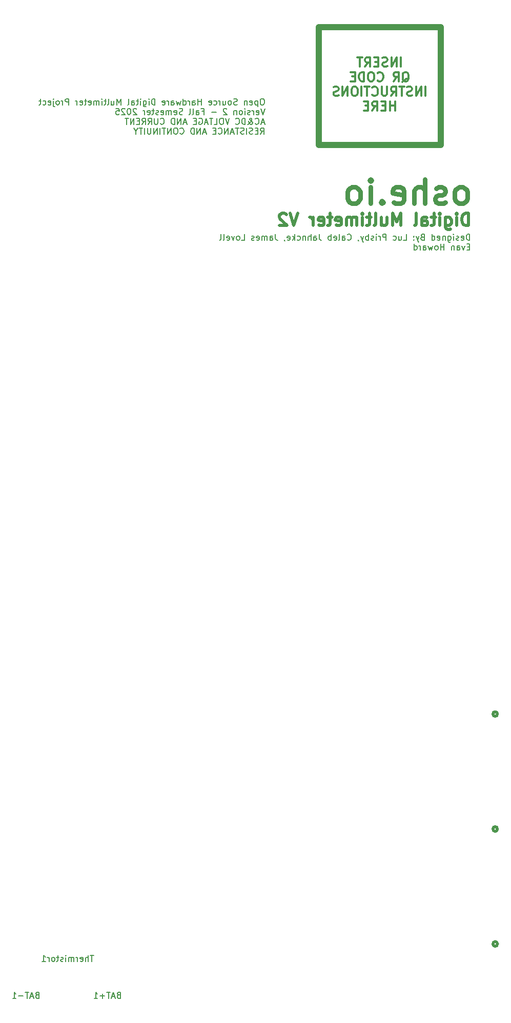
<source format=gbr>
%TF.GenerationSoftware,KiCad,Pcbnew,9.0.5*%
%TF.CreationDate,2025-10-29T10:13:22-04:00*%
%TF.ProjectId,oshe_dmm_project_v1,6f736865-5f64-46d6-9d5f-70726f6a6563,V1*%
%TF.SameCoordinates,Original*%
%TF.FileFunction,Legend,Bot*%
%TF.FilePolarity,Positive*%
%FSLAX46Y46*%
G04 Gerber Fmt 4.6, Leading zero omitted, Abs format (unit mm)*
G04 Created by KiCad (PCBNEW 9.0.5) date 2025-10-29 10:13:22*
%MOMM*%
%LPD*%
G01*
G04 APERTURE LIST*
%ADD10C,1.000000*%
%ADD11C,0.200000*%
%ADD12C,0.750000*%
%ADD13C,0.150000*%
%ADD14C,0.500000*%
%ADD15C,0.300000*%
%ADD16C,0.508000*%
G04 APERTURE END LIST*
D10*
X176758200Y-66124400D02*
X196925800Y-66124400D01*
X196925800Y-85530000D01*
X176758200Y-85530000D01*
X176758200Y-66124400D01*
D11*
X167529850Y-77915303D02*
X167339374Y-77915303D01*
X167339374Y-77915303D02*
X167244136Y-77962922D01*
X167244136Y-77962922D02*
X167148898Y-78058160D01*
X167148898Y-78058160D02*
X167101279Y-78248636D01*
X167101279Y-78248636D02*
X167101279Y-78581969D01*
X167101279Y-78581969D02*
X167148898Y-78772445D01*
X167148898Y-78772445D02*
X167244136Y-78867684D01*
X167244136Y-78867684D02*
X167339374Y-78915303D01*
X167339374Y-78915303D02*
X167529850Y-78915303D01*
X167529850Y-78915303D02*
X167625088Y-78867684D01*
X167625088Y-78867684D02*
X167720326Y-78772445D01*
X167720326Y-78772445D02*
X167767945Y-78581969D01*
X167767945Y-78581969D02*
X167767945Y-78248636D01*
X167767945Y-78248636D02*
X167720326Y-78058160D01*
X167720326Y-78058160D02*
X167625088Y-77962922D01*
X167625088Y-77962922D02*
X167529850Y-77915303D01*
X166672707Y-78248636D02*
X166672707Y-79248636D01*
X166672707Y-78296255D02*
X166577469Y-78248636D01*
X166577469Y-78248636D02*
X166386993Y-78248636D01*
X166386993Y-78248636D02*
X166291755Y-78296255D01*
X166291755Y-78296255D02*
X166244136Y-78343874D01*
X166244136Y-78343874D02*
X166196517Y-78439112D01*
X166196517Y-78439112D02*
X166196517Y-78724826D01*
X166196517Y-78724826D02*
X166244136Y-78820064D01*
X166244136Y-78820064D02*
X166291755Y-78867684D01*
X166291755Y-78867684D02*
X166386993Y-78915303D01*
X166386993Y-78915303D02*
X166577469Y-78915303D01*
X166577469Y-78915303D02*
X166672707Y-78867684D01*
X165386993Y-78867684D02*
X165482231Y-78915303D01*
X165482231Y-78915303D02*
X165672707Y-78915303D01*
X165672707Y-78915303D02*
X165767945Y-78867684D01*
X165767945Y-78867684D02*
X165815564Y-78772445D01*
X165815564Y-78772445D02*
X165815564Y-78391493D01*
X165815564Y-78391493D02*
X165767945Y-78296255D01*
X165767945Y-78296255D02*
X165672707Y-78248636D01*
X165672707Y-78248636D02*
X165482231Y-78248636D01*
X165482231Y-78248636D02*
X165386993Y-78296255D01*
X165386993Y-78296255D02*
X165339374Y-78391493D01*
X165339374Y-78391493D02*
X165339374Y-78486731D01*
X165339374Y-78486731D02*
X165815564Y-78581969D01*
X164910802Y-78248636D02*
X164910802Y-78915303D01*
X164910802Y-78343874D02*
X164863183Y-78296255D01*
X164863183Y-78296255D02*
X164767945Y-78248636D01*
X164767945Y-78248636D02*
X164625088Y-78248636D01*
X164625088Y-78248636D02*
X164529850Y-78296255D01*
X164529850Y-78296255D02*
X164482231Y-78391493D01*
X164482231Y-78391493D02*
X164482231Y-78915303D01*
X163291754Y-78867684D02*
X163148897Y-78915303D01*
X163148897Y-78915303D02*
X162910802Y-78915303D01*
X162910802Y-78915303D02*
X162815564Y-78867684D01*
X162815564Y-78867684D02*
X162767945Y-78820064D01*
X162767945Y-78820064D02*
X162720326Y-78724826D01*
X162720326Y-78724826D02*
X162720326Y-78629588D01*
X162720326Y-78629588D02*
X162767945Y-78534350D01*
X162767945Y-78534350D02*
X162815564Y-78486731D01*
X162815564Y-78486731D02*
X162910802Y-78439112D01*
X162910802Y-78439112D02*
X163101278Y-78391493D01*
X163101278Y-78391493D02*
X163196516Y-78343874D01*
X163196516Y-78343874D02*
X163244135Y-78296255D01*
X163244135Y-78296255D02*
X163291754Y-78201017D01*
X163291754Y-78201017D02*
X163291754Y-78105779D01*
X163291754Y-78105779D02*
X163244135Y-78010541D01*
X163244135Y-78010541D02*
X163196516Y-77962922D01*
X163196516Y-77962922D02*
X163101278Y-77915303D01*
X163101278Y-77915303D02*
X162863183Y-77915303D01*
X162863183Y-77915303D02*
X162720326Y-77962922D01*
X162148897Y-78915303D02*
X162244135Y-78867684D01*
X162244135Y-78867684D02*
X162291754Y-78820064D01*
X162291754Y-78820064D02*
X162339373Y-78724826D01*
X162339373Y-78724826D02*
X162339373Y-78439112D01*
X162339373Y-78439112D02*
X162291754Y-78343874D01*
X162291754Y-78343874D02*
X162244135Y-78296255D01*
X162244135Y-78296255D02*
X162148897Y-78248636D01*
X162148897Y-78248636D02*
X162006040Y-78248636D01*
X162006040Y-78248636D02*
X161910802Y-78296255D01*
X161910802Y-78296255D02*
X161863183Y-78343874D01*
X161863183Y-78343874D02*
X161815564Y-78439112D01*
X161815564Y-78439112D02*
X161815564Y-78724826D01*
X161815564Y-78724826D02*
X161863183Y-78820064D01*
X161863183Y-78820064D02*
X161910802Y-78867684D01*
X161910802Y-78867684D02*
X162006040Y-78915303D01*
X162006040Y-78915303D02*
X162148897Y-78915303D01*
X160958421Y-78248636D02*
X160958421Y-78915303D01*
X161386992Y-78248636D02*
X161386992Y-78772445D01*
X161386992Y-78772445D02*
X161339373Y-78867684D01*
X161339373Y-78867684D02*
X161244135Y-78915303D01*
X161244135Y-78915303D02*
X161101278Y-78915303D01*
X161101278Y-78915303D02*
X161006040Y-78867684D01*
X161006040Y-78867684D02*
X160958421Y-78820064D01*
X160482230Y-78915303D02*
X160482230Y-78248636D01*
X160482230Y-78439112D02*
X160434611Y-78343874D01*
X160434611Y-78343874D02*
X160386992Y-78296255D01*
X160386992Y-78296255D02*
X160291754Y-78248636D01*
X160291754Y-78248636D02*
X160196516Y-78248636D01*
X159434611Y-78867684D02*
X159529849Y-78915303D01*
X159529849Y-78915303D02*
X159720325Y-78915303D01*
X159720325Y-78915303D02*
X159815563Y-78867684D01*
X159815563Y-78867684D02*
X159863182Y-78820064D01*
X159863182Y-78820064D02*
X159910801Y-78724826D01*
X159910801Y-78724826D02*
X159910801Y-78439112D01*
X159910801Y-78439112D02*
X159863182Y-78343874D01*
X159863182Y-78343874D02*
X159815563Y-78296255D01*
X159815563Y-78296255D02*
X159720325Y-78248636D01*
X159720325Y-78248636D02*
X159529849Y-78248636D01*
X159529849Y-78248636D02*
X159434611Y-78296255D01*
X158625087Y-78867684D02*
X158720325Y-78915303D01*
X158720325Y-78915303D02*
X158910801Y-78915303D01*
X158910801Y-78915303D02*
X159006039Y-78867684D01*
X159006039Y-78867684D02*
X159053658Y-78772445D01*
X159053658Y-78772445D02*
X159053658Y-78391493D01*
X159053658Y-78391493D02*
X159006039Y-78296255D01*
X159006039Y-78296255D02*
X158910801Y-78248636D01*
X158910801Y-78248636D02*
X158720325Y-78248636D01*
X158720325Y-78248636D02*
X158625087Y-78296255D01*
X158625087Y-78296255D02*
X158577468Y-78391493D01*
X158577468Y-78391493D02*
X158577468Y-78486731D01*
X158577468Y-78486731D02*
X159053658Y-78581969D01*
X157386991Y-78915303D02*
X157386991Y-77915303D01*
X157386991Y-78391493D02*
X156815563Y-78391493D01*
X156815563Y-78915303D02*
X156815563Y-77915303D01*
X155910801Y-78915303D02*
X155910801Y-78391493D01*
X155910801Y-78391493D02*
X155958420Y-78296255D01*
X155958420Y-78296255D02*
X156053658Y-78248636D01*
X156053658Y-78248636D02*
X156244134Y-78248636D01*
X156244134Y-78248636D02*
X156339372Y-78296255D01*
X155910801Y-78867684D02*
X156006039Y-78915303D01*
X156006039Y-78915303D02*
X156244134Y-78915303D01*
X156244134Y-78915303D02*
X156339372Y-78867684D01*
X156339372Y-78867684D02*
X156386991Y-78772445D01*
X156386991Y-78772445D02*
X156386991Y-78677207D01*
X156386991Y-78677207D02*
X156339372Y-78581969D01*
X156339372Y-78581969D02*
X156244134Y-78534350D01*
X156244134Y-78534350D02*
X156006039Y-78534350D01*
X156006039Y-78534350D02*
X155910801Y-78486731D01*
X155434610Y-78915303D02*
X155434610Y-78248636D01*
X155434610Y-78439112D02*
X155386991Y-78343874D01*
X155386991Y-78343874D02*
X155339372Y-78296255D01*
X155339372Y-78296255D02*
X155244134Y-78248636D01*
X155244134Y-78248636D02*
X155148896Y-78248636D01*
X154386991Y-78915303D02*
X154386991Y-77915303D01*
X154386991Y-78867684D02*
X154482229Y-78915303D01*
X154482229Y-78915303D02*
X154672705Y-78915303D01*
X154672705Y-78915303D02*
X154767943Y-78867684D01*
X154767943Y-78867684D02*
X154815562Y-78820064D01*
X154815562Y-78820064D02*
X154863181Y-78724826D01*
X154863181Y-78724826D02*
X154863181Y-78439112D01*
X154863181Y-78439112D02*
X154815562Y-78343874D01*
X154815562Y-78343874D02*
X154767943Y-78296255D01*
X154767943Y-78296255D02*
X154672705Y-78248636D01*
X154672705Y-78248636D02*
X154482229Y-78248636D01*
X154482229Y-78248636D02*
X154386991Y-78296255D01*
X154006038Y-78248636D02*
X153815562Y-78915303D01*
X153815562Y-78915303D02*
X153625086Y-78439112D01*
X153625086Y-78439112D02*
X153434610Y-78915303D01*
X153434610Y-78915303D02*
X153244134Y-78248636D01*
X152434610Y-78915303D02*
X152434610Y-78391493D01*
X152434610Y-78391493D02*
X152482229Y-78296255D01*
X152482229Y-78296255D02*
X152577467Y-78248636D01*
X152577467Y-78248636D02*
X152767943Y-78248636D01*
X152767943Y-78248636D02*
X152863181Y-78296255D01*
X152434610Y-78867684D02*
X152529848Y-78915303D01*
X152529848Y-78915303D02*
X152767943Y-78915303D01*
X152767943Y-78915303D02*
X152863181Y-78867684D01*
X152863181Y-78867684D02*
X152910800Y-78772445D01*
X152910800Y-78772445D02*
X152910800Y-78677207D01*
X152910800Y-78677207D02*
X152863181Y-78581969D01*
X152863181Y-78581969D02*
X152767943Y-78534350D01*
X152767943Y-78534350D02*
X152529848Y-78534350D01*
X152529848Y-78534350D02*
X152434610Y-78486731D01*
X151958419Y-78915303D02*
X151958419Y-78248636D01*
X151958419Y-78439112D02*
X151910800Y-78343874D01*
X151910800Y-78343874D02*
X151863181Y-78296255D01*
X151863181Y-78296255D02*
X151767943Y-78248636D01*
X151767943Y-78248636D02*
X151672705Y-78248636D01*
X150958419Y-78867684D02*
X151053657Y-78915303D01*
X151053657Y-78915303D02*
X151244133Y-78915303D01*
X151244133Y-78915303D02*
X151339371Y-78867684D01*
X151339371Y-78867684D02*
X151386990Y-78772445D01*
X151386990Y-78772445D02*
X151386990Y-78391493D01*
X151386990Y-78391493D02*
X151339371Y-78296255D01*
X151339371Y-78296255D02*
X151244133Y-78248636D01*
X151244133Y-78248636D02*
X151053657Y-78248636D01*
X151053657Y-78248636D02*
X150958419Y-78296255D01*
X150958419Y-78296255D02*
X150910800Y-78391493D01*
X150910800Y-78391493D02*
X150910800Y-78486731D01*
X150910800Y-78486731D02*
X151386990Y-78581969D01*
X149720323Y-78915303D02*
X149720323Y-77915303D01*
X149720323Y-77915303D02*
X149482228Y-77915303D01*
X149482228Y-77915303D02*
X149339371Y-77962922D01*
X149339371Y-77962922D02*
X149244133Y-78058160D01*
X149244133Y-78058160D02*
X149196514Y-78153398D01*
X149196514Y-78153398D02*
X149148895Y-78343874D01*
X149148895Y-78343874D02*
X149148895Y-78486731D01*
X149148895Y-78486731D02*
X149196514Y-78677207D01*
X149196514Y-78677207D02*
X149244133Y-78772445D01*
X149244133Y-78772445D02*
X149339371Y-78867684D01*
X149339371Y-78867684D02*
X149482228Y-78915303D01*
X149482228Y-78915303D02*
X149720323Y-78915303D01*
X148720323Y-78915303D02*
X148720323Y-78248636D01*
X148720323Y-77915303D02*
X148767942Y-77962922D01*
X148767942Y-77962922D02*
X148720323Y-78010541D01*
X148720323Y-78010541D02*
X148672704Y-77962922D01*
X148672704Y-77962922D02*
X148720323Y-77915303D01*
X148720323Y-77915303D02*
X148720323Y-78010541D01*
X147815562Y-78248636D02*
X147815562Y-79058160D01*
X147815562Y-79058160D02*
X147863181Y-79153398D01*
X147863181Y-79153398D02*
X147910800Y-79201017D01*
X147910800Y-79201017D02*
X148006038Y-79248636D01*
X148006038Y-79248636D02*
X148148895Y-79248636D01*
X148148895Y-79248636D02*
X148244133Y-79201017D01*
X147815562Y-78867684D02*
X147910800Y-78915303D01*
X147910800Y-78915303D02*
X148101276Y-78915303D01*
X148101276Y-78915303D02*
X148196514Y-78867684D01*
X148196514Y-78867684D02*
X148244133Y-78820064D01*
X148244133Y-78820064D02*
X148291752Y-78724826D01*
X148291752Y-78724826D02*
X148291752Y-78439112D01*
X148291752Y-78439112D02*
X148244133Y-78343874D01*
X148244133Y-78343874D02*
X148196514Y-78296255D01*
X148196514Y-78296255D02*
X148101276Y-78248636D01*
X148101276Y-78248636D02*
X147910800Y-78248636D01*
X147910800Y-78248636D02*
X147815562Y-78296255D01*
X147339371Y-78915303D02*
X147339371Y-78248636D01*
X147339371Y-77915303D02*
X147386990Y-77962922D01*
X147386990Y-77962922D02*
X147339371Y-78010541D01*
X147339371Y-78010541D02*
X147291752Y-77962922D01*
X147291752Y-77962922D02*
X147339371Y-77915303D01*
X147339371Y-77915303D02*
X147339371Y-78010541D01*
X147006038Y-78248636D02*
X146625086Y-78248636D01*
X146863181Y-77915303D02*
X146863181Y-78772445D01*
X146863181Y-78772445D02*
X146815562Y-78867684D01*
X146815562Y-78867684D02*
X146720324Y-78915303D01*
X146720324Y-78915303D02*
X146625086Y-78915303D01*
X145863181Y-78915303D02*
X145863181Y-78391493D01*
X145863181Y-78391493D02*
X145910800Y-78296255D01*
X145910800Y-78296255D02*
X146006038Y-78248636D01*
X146006038Y-78248636D02*
X146196514Y-78248636D01*
X146196514Y-78248636D02*
X146291752Y-78296255D01*
X145863181Y-78867684D02*
X145958419Y-78915303D01*
X145958419Y-78915303D02*
X146196514Y-78915303D01*
X146196514Y-78915303D02*
X146291752Y-78867684D01*
X146291752Y-78867684D02*
X146339371Y-78772445D01*
X146339371Y-78772445D02*
X146339371Y-78677207D01*
X146339371Y-78677207D02*
X146291752Y-78581969D01*
X146291752Y-78581969D02*
X146196514Y-78534350D01*
X146196514Y-78534350D02*
X145958419Y-78534350D01*
X145958419Y-78534350D02*
X145863181Y-78486731D01*
X145244133Y-78915303D02*
X145339371Y-78867684D01*
X145339371Y-78867684D02*
X145386990Y-78772445D01*
X145386990Y-78772445D02*
X145386990Y-77915303D01*
X144101275Y-78915303D02*
X144101275Y-77915303D01*
X144101275Y-77915303D02*
X143767942Y-78629588D01*
X143767942Y-78629588D02*
X143434609Y-77915303D01*
X143434609Y-77915303D02*
X143434609Y-78915303D01*
X142529847Y-78248636D02*
X142529847Y-78915303D01*
X142958418Y-78248636D02*
X142958418Y-78772445D01*
X142958418Y-78772445D02*
X142910799Y-78867684D01*
X142910799Y-78867684D02*
X142815561Y-78915303D01*
X142815561Y-78915303D02*
X142672704Y-78915303D01*
X142672704Y-78915303D02*
X142577466Y-78867684D01*
X142577466Y-78867684D02*
X142529847Y-78820064D01*
X141910799Y-78915303D02*
X142006037Y-78867684D01*
X142006037Y-78867684D02*
X142053656Y-78772445D01*
X142053656Y-78772445D02*
X142053656Y-77915303D01*
X141672703Y-78248636D02*
X141291751Y-78248636D01*
X141529846Y-77915303D02*
X141529846Y-78772445D01*
X141529846Y-78772445D02*
X141482227Y-78867684D01*
X141482227Y-78867684D02*
X141386989Y-78915303D01*
X141386989Y-78915303D02*
X141291751Y-78915303D01*
X140958417Y-78915303D02*
X140958417Y-78248636D01*
X140958417Y-77915303D02*
X141006036Y-77962922D01*
X141006036Y-77962922D02*
X140958417Y-78010541D01*
X140958417Y-78010541D02*
X140910798Y-77962922D01*
X140910798Y-77962922D02*
X140958417Y-77915303D01*
X140958417Y-77915303D02*
X140958417Y-78010541D01*
X140482227Y-78915303D02*
X140482227Y-78248636D01*
X140482227Y-78343874D02*
X140434608Y-78296255D01*
X140434608Y-78296255D02*
X140339370Y-78248636D01*
X140339370Y-78248636D02*
X140196513Y-78248636D01*
X140196513Y-78248636D02*
X140101275Y-78296255D01*
X140101275Y-78296255D02*
X140053656Y-78391493D01*
X140053656Y-78391493D02*
X140053656Y-78915303D01*
X140053656Y-78391493D02*
X140006037Y-78296255D01*
X140006037Y-78296255D02*
X139910799Y-78248636D01*
X139910799Y-78248636D02*
X139767942Y-78248636D01*
X139767942Y-78248636D02*
X139672703Y-78296255D01*
X139672703Y-78296255D02*
X139625084Y-78391493D01*
X139625084Y-78391493D02*
X139625084Y-78915303D01*
X138767942Y-78867684D02*
X138863180Y-78915303D01*
X138863180Y-78915303D02*
X139053656Y-78915303D01*
X139053656Y-78915303D02*
X139148894Y-78867684D01*
X139148894Y-78867684D02*
X139196513Y-78772445D01*
X139196513Y-78772445D02*
X139196513Y-78391493D01*
X139196513Y-78391493D02*
X139148894Y-78296255D01*
X139148894Y-78296255D02*
X139053656Y-78248636D01*
X139053656Y-78248636D02*
X138863180Y-78248636D01*
X138863180Y-78248636D02*
X138767942Y-78296255D01*
X138767942Y-78296255D02*
X138720323Y-78391493D01*
X138720323Y-78391493D02*
X138720323Y-78486731D01*
X138720323Y-78486731D02*
X139196513Y-78581969D01*
X138434608Y-78248636D02*
X138053656Y-78248636D01*
X138291751Y-77915303D02*
X138291751Y-78772445D01*
X138291751Y-78772445D02*
X138244132Y-78867684D01*
X138244132Y-78867684D02*
X138148894Y-78915303D01*
X138148894Y-78915303D02*
X138053656Y-78915303D01*
X137339370Y-78867684D02*
X137434608Y-78915303D01*
X137434608Y-78915303D02*
X137625084Y-78915303D01*
X137625084Y-78915303D02*
X137720322Y-78867684D01*
X137720322Y-78867684D02*
X137767941Y-78772445D01*
X137767941Y-78772445D02*
X137767941Y-78391493D01*
X137767941Y-78391493D02*
X137720322Y-78296255D01*
X137720322Y-78296255D02*
X137625084Y-78248636D01*
X137625084Y-78248636D02*
X137434608Y-78248636D01*
X137434608Y-78248636D02*
X137339370Y-78296255D01*
X137339370Y-78296255D02*
X137291751Y-78391493D01*
X137291751Y-78391493D02*
X137291751Y-78486731D01*
X137291751Y-78486731D02*
X137767941Y-78581969D01*
X136863179Y-78915303D02*
X136863179Y-78248636D01*
X136863179Y-78439112D02*
X136815560Y-78343874D01*
X136815560Y-78343874D02*
X136767941Y-78296255D01*
X136767941Y-78296255D02*
X136672703Y-78248636D01*
X136672703Y-78248636D02*
X136577465Y-78248636D01*
X135482226Y-78915303D02*
X135482226Y-77915303D01*
X135482226Y-77915303D02*
X135101274Y-77915303D01*
X135101274Y-77915303D02*
X135006036Y-77962922D01*
X135006036Y-77962922D02*
X134958417Y-78010541D01*
X134958417Y-78010541D02*
X134910798Y-78105779D01*
X134910798Y-78105779D02*
X134910798Y-78248636D01*
X134910798Y-78248636D02*
X134958417Y-78343874D01*
X134958417Y-78343874D02*
X135006036Y-78391493D01*
X135006036Y-78391493D02*
X135101274Y-78439112D01*
X135101274Y-78439112D02*
X135482226Y-78439112D01*
X134482226Y-78915303D02*
X134482226Y-78248636D01*
X134482226Y-78439112D02*
X134434607Y-78343874D01*
X134434607Y-78343874D02*
X134386988Y-78296255D01*
X134386988Y-78296255D02*
X134291750Y-78248636D01*
X134291750Y-78248636D02*
X134196512Y-78248636D01*
X133720321Y-78915303D02*
X133815559Y-78867684D01*
X133815559Y-78867684D02*
X133863178Y-78820064D01*
X133863178Y-78820064D02*
X133910797Y-78724826D01*
X133910797Y-78724826D02*
X133910797Y-78439112D01*
X133910797Y-78439112D02*
X133863178Y-78343874D01*
X133863178Y-78343874D02*
X133815559Y-78296255D01*
X133815559Y-78296255D02*
X133720321Y-78248636D01*
X133720321Y-78248636D02*
X133577464Y-78248636D01*
X133577464Y-78248636D02*
X133482226Y-78296255D01*
X133482226Y-78296255D02*
X133434607Y-78343874D01*
X133434607Y-78343874D02*
X133386988Y-78439112D01*
X133386988Y-78439112D02*
X133386988Y-78724826D01*
X133386988Y-78724826D02*
X133434607Y-78820064D01*
X133434607Y-78820064D02*
X133482226Y-78867684D01*
X133482226Y-78867684D02*
X133577464Y-78915303D01*
X133577464Y-78915303D02*
X133720321Y-78915303D01*
X132958416Y-78248636D02*
X132958416Y-79105779D01*
X132958416Y-79105779D02*
X133006035Y-79201017D01*
X133006035Y-79201017D02*
X133101273Y-79248636D01*
X133101273Y-79248636D02*
X133148892Y-79248636D01*
X132958416Y-77915303D02*
X133006035Y-77962922D01*
X133006035Y-77962922D02*
X132958416Y-78010541D01*
X132958416Y-78010541D02*
X132910797Y-77962922D01*
X132910797Y-77962922D02*
X132958416Y-77915303D01*
X132958416Y-77915303D02*
X132958416Y-78010541D01*
X132101274Y-78867684D02*
X132196512Y-78915303D01*
X132196512Y-78915303D02*
X132386988Y-78915303D01*
X132386988Y-78915303D02*
X132482226Y-78867684D01*
X132482226Y-78867684D02*
X132529845Y-78772445D01*
X132529845Y-78772445D02*
X132529845Y-78391493D01*
X132529845Y-78391493D02*
X132482226Y-78296255D01*
X132482226Y-78296255D02*
X132386988Y-78248636D01*
X132386988Y-78248636D02*
X132196512Y-78248636D01*
X132196512Y-78248636D02*
X132101274Y-78296255D01*
X132101274Y-78296255D02*
X132053655Y-78391493D01*
X132053655Y-78391493D02*
X132053655Y-78486731D01*
X132053655Y-78486731D02*
X132529845Y-78581969D01*
X131196512Y-78867684D02*
X131291750Y-78915303D01*
X131291750Y-78915303D02*
X131482226Y-78915303D01*
X131482226Y-78915303D02*
X131577464Y-78867684D01*
X131577464Y-78867684D02*
X131625083Y-78820064D01*
X131625083Y-78820064D02*
X131672702Y-78724826D01*
X131672702Y-78724826D02*
X131672702Y-78439112D01*
X131672702Y-78439112D02*
X131625083Y-78343874D01*
X131625083Y-78343874D02*
X131577464Y-78296255D01*
X131577464Y-78296255D02*
X131482226Y-78248636D01*
X131482226Y-78248636D02*
X131291750Y-78248636D01*
X131291750Y-78248636D02*
X131196512Y-78296255D01*
X130910797Y-78248636D02*
X130529845Y-78248636D01*
X130767940Y-77915303D02*
X130767940Y-78772445D01*
X130767940Y-78772445D02*
X130720321Y-78867684D01*
X130720321Y-78867684D02*
X130625083Y-78915303D01*
X130625083Y-78915303D02*
X130529845Y-78915303D01*
X167863183Y-79525247D02*
X167529850Y-80525247D01*
X167529850Y-80525247D02*
X167196517Y-79525247D01*
X166482231Y-80477628D02*
X166577469Y-80525247D01*
X166577469Y-80525247D02*
X166767945Y-80525247D01*
X166767945Y-80525247D02*
X166863183Y-80477628D01*
X166863183Y-80477628D02*
X166910802Y-80382389D01*
X166910802Y-80382389D02*
X166910802Y-80001437D01*
X166910802Y-80001437D02*
X166863183Y-79906199D01*
X166863183Y-79906199D02*
X166767945Y-79858580D01*
X166767945Y-79858580D02*
X166577469Y-79858580D01*
X166577469Y-79858580D02*
X166482231Y-79906199D01*
X166482231Y-79906199D02*
X166434612Y-80001437D01*
X166434612Y-80001437D02*
X166434612Y-80096675D01*
X166434612Y-80096675D02*
X166910802Y-80191913D01*
X166006040Y-80525247D02*
X166006040Y-79858580D01*
X166006040Y-80049056D02*
X165958421Y-79953818D01*
X165958421Y-79953818D02*
X165910802Y-79906199D01*
X165910802Y-79906199D02*
X165815564Y-79858580D01*
X165815564Y-79858580D02*
X165720326Y-79858580D01*
X165434611Y-80477628D02*
X165339373Y-80525247D01*
X165339373Y-80525247D02*
X165148897Y-80525247D01*
X165148897Y-80525247D02*
X165053659Y-80477628D01*
X165053659Y-80477628D02*
X165006040Y-80382389D01*
X165006040Y-80382389D02*
X165006040Y-80334770D01*
X165006040Y-80334770D02*
X165053659Y-80239532D01*
X165053659Y-80239532D02*
X165148897Y-80191913D01*
X165148897Y-80191913D02*
X165291754Y-80191913D01*
X165291754Y-80191913D02*
X165386992Y-80144294D01*
X165386992Y-80144294D02*
X165434611Y-80049056D01*
X165434611Y-80049056D02*
X165434611Y-80001437D01*
X165434611Y-80001437D02*
X165386992Y-79906199D01*
X165386992Y-79906199D02*
X165291754Y-79858580D01*
X165291754Y-79858580D02*
X165148897Y-79858580D01*
X165148897Y-79858580D02*
X165053659Y-79906199D01*
X164577468Y-80525247D02*
X164577468Y-79858580D01*
X164577468Y-79525247D02*
X164625087Y-79572866D01*
X164625087Y-79572866D02*
X164577468Y-79620485D01*
X164577468Y-79620485D02*
X164529849Y-79572866D01*
X164529849Y-79572866D02*
X164577468Y-79525247D01*
X164577468Y-79525247D02*
X164577468Y-79620485D01*
X163958421Y-80525247D02*
X164053659Y-80477628D01*
X164053659Y-80477628D02*
X164101278Y-80430008D01*
X164101278Y-80430008D02*
X164148897Y-80334770D01*
X164148897Y-80334770D02*
X164148897Y-80049056D01*
X164148897Y-80049056D02*
X164101278Y-79953818D01*
X164101278Y-79953818D02*
X164053659Y-79906199D01*
X164053659Y-79906199D02*
X163958421Y-79858580D01*
X163958421Y-79858580D02*
X163815564Y-79858580D01*
X163815564Y-79858580D02*
X163720326Y-79906199D01*
X163720326Y-79906199D02*
X163672707Y-79953818D01*
X163672707Y-79953818D02*
X163625088Y-80049056D01*
X163625088Y-80049056D02*
X163625088Y-80334770D01*
X163625088Y-80334770D02*
X163672707Y-80430008D01*
X163672707Y-80430008D02*
X163720326Y-80477628D01*
X163720326Y-80477628D02*
X163815564Y-80525247D01*
X163815564Y-80525247D02*
X163958421Y-80525247D01*
X163196516Y-79858580D02*
X163196516Y-80525247D01*
X163196516Y-79953818D02*
X163148897Y-79906199D01*
X163148897Y-79906199D02*
X163053659Y-79858580D01*
X163053659Y-79858580D02*
X162910802Y-79858580D01*
X162910802Y-79858580D02*
X162815564Y-79906199D01*
X162815564Y-79906199D02*
X162767945Y-80001437D01*
X162767945Y-80001437D02*
X162767945Y-80525247D01*
X161577468Y-79620485D02*
X161529849Y-79572866D01*
X161529849Y-79572866D02*
X161434611Y-79525247D01*
X161434611Y-79525247D02*
X161196516Y-79525247D01*
X161196516Y-79525247D02*
X161101278Y-79572866D01*
X161101278Y-79572866D02*
X161053659Y-79620485D01*
X161053659Y-79620485D02*
X161006040Y-79715723D01*
X161006040Y-79715723D02*
X161006040Y-79810961D01*
X161006040Y-79810961D02*
X161053659Y-79953818D01*
X161053659Y-79953818D02*
X161625087Y-80525247D01*
X161625087Y-80525247D02*
X161006040Y-80525247D01*
X159815563Y-80144294D02*
X159053659Y-80144294D01*
X157482230Y-80001437D02*
X157815563Y-80001437D01*
X157815563Y-80525247D02*
X157815563Y-79525247D01*
X157815563Y-79525247D02*
X157339373Y-79525247D01*
X156529849Y-80525247D02*
X156529849Y-80001437D01*
X156529849Y-80001437D02*
X156577468Y-79906199D01*
X156577468Y-79906199D02*
X156672706Y-79858580D01*
X156672706Y-79858580D02*
X156863182Y-79858580D01*
X156863182Y-79858580D02*
X156958420Y-79906199D01*
X156529849Y-80477628D02*
X156625087Y-80525247D01*
X156625087Y-80525247D02*
X156863182Y-80525247D01*
X156863182Y-80525247D02*
X156958420Y-80477628D01*
X156958420Y-80477628D02*
X157006039Y-80382389D01*
X157006039Y-80382389D02*
X157006039Y-80287151D01*
X157006039Y-80287151D02*
X156958420Y-80191913D01*
X156958420Y-80191913D02*
X156863182Y-80144294D01*
X156863182Y-80144294D02*
X156625087Y-80144294D01*
X156625087Y-80144294D02*
X156529849Y-80096675D01*
X155910801Y-80525247D02*
X156006039Y-80477628D01*
X156006039Y-80477628D02*
X156053658Y-80382389D01*
X156053658Y-80382389D02*
X156053658Y-79525247D01*
X155386991Y-80525247D02*
X155482229Y-80477628D01*
X155482229Y-80477628D02*
X155529848Y-80382389D01*
X155529848Y-80382389D02*
X155529848Y-79525247D01*
X154291752Y-80477628D02*
X154148895Y-80525247D01*
X154148895Y-80525247D02*
X153910800Y-80525247D01*
X153910800Y-80525247D02*
X153815562Y-80477628D01*
X153815562Y-80477628D02*
X153767943Y-80430008D01*
X153767943Y-80430008D02*
X153720324Y-80334770D01*
X153720324Y-80334770D02*
X153720324Y-80239532D01*
X153720324Y-80239532D02*
X153767943Y-80144294D01*
X153767943Y-80144294D02*
X153815562Y-80096675D01*
X153815562Y-80096675D02*
X153910800Y-80049056D01*
X153910800Y-80049056D02*
X154101276Y-80001437D01*
X154101276Y-80001437D02*
X154196514Y-79953818D01*
X154196514Y-79953818D02*
X154244133Y-79906199D01*
X154244133Y-79906199D02*
X154291752Y-79810961D01*
X154291752Y-79810961D02*
X154291752Y-79715723D01*
X154291752Y-79715723D02*
X154244133Y-79620485D01*
X154244133Y-79620485D02*
X154196514Y-79572866D01*
X154196514Y-79572866D02*
X154101276Y-79525247D01*
X154101276Y-79525247D02*
X153863181Y-79525247D01*
X153863181Y-79525247D02*
X153720324Y-79572866D01*
X152910800Y-80477628D02*
X153006038Y-80525247D01*
X153006038Y-80525247D02*
X153196514Y-80525247D01*
X153196514Y-80525247D02*
X153291752Y-80477628D01*
X153291752Y-80477628D02*
X153339371Y-80382389D01*
X153339371Y-80382389D02*
X153339371Y-80001437D01*
X153339371Y-80001437D02*
X153291752Y-79906199D01*
X153291752Y-79906199D02*
X153196514Y-79858580D01*
X153196514Y-79858580D02*
X153006038Y-79858580D01*
X153006038Y-79858580D02*
X152910800Y-79906199D01*
X152910800Y-79906199D02*
X152863181Y-80001437D01*
X152863181Y-80001437D02*
X152863181Y-80096675D01*
X152863181Y-80096675D02*
X153339371Y-80191913D01*
X152434609Y-80525247D02*
X152434609Y-79858580D01*
X152434609Y-79953818D02*
X152386990Y-79906199D01*
X152386990Y-79906199D02*
X152291752Y-79858580D01*
X152291752Y-79858580D02*
X152148895Y-79858580D01*
X152148895Y-79858580D02*
X152053657Y-79906199D01*
X152053657Y-79906199D02*
X152006038Y-80001437D01*
X152006038Y-80001437D02*
X152006038Y-80525247D01*
X152006038Y-80001437D02*
X151958419Y-79906199D01*
X151958419Y-79906199D02*
X151863181Y-79858580D01*
X151863181Y-79858580D02*
X151720324Y-79858580D01*
X151720324Y-79858580D02*
X151625085Y-79906199D01*
X151625085Y-79906199D02*
X151577466Y-80001437D01*
X151577466Y-80001437D02*
X151577466Y-80525247D01*
X150720324Y-80477628D02*
X150815562Y-80525247D01*
X150815562Y-80525247D02*
X151006038Y-80525247D01*
X151006038Y-80525247D02*
X151101276Y-80477628D01*
X151101276Y-80477628D02*
X151148895Y-80382389D01*
X151148895Y-80382389D02*
X151148895Y-80001437D01*
X151148895Y-80001437D02*
X151101276Y-79906199D01*
X151101276Y-79906199D02*
X151006038Y-79858580D01*
X151006038Y-79858580D02*
X150815562Y-79858580D01*
X150815562Y-79858580D02*
X150720324Y-79906199D01*
X150720324Y-79906199D02*
X150672705Y-80001437D01*
X150672705Y-80001437D02*
X150672705Y-80096675D01*
X150672705Y-80096675D02*
X151148895Y-80191913D01*
X150291752Y-80477628D02*
X150196514Y-80525247D01*
X150196514Y-80525247D02*
X150006038Y-80525247D01*
X150006038Y-80525247D02*
X149910800Y-80477628D01*
X149910800Y-80477628D02*
X149863181Y-80382389D01*
X149863181Y-80382389D02*
X149863181Y-80334770D01*
X149863181Y-80334770D02*
X149910800Y-80239532D01*
X149910800Y-80239532D02*
X150006038Y-80191913D01*
X150006038Y-80191913D02*
X150148895Y-80191913D01*
X150148895Y-80191913D02*
X150244133Y-80144294D01*
X150244133Y-80144294D02*
X150291752Y-80049056D01*
X150291752Y-80049056D02*
X150291752Y-80001437D01*
X150291752Y-80001437D02*
X150244133Y-79906199D01*
X150244133Y-79906199D02*
X150148895Y-79858580D01*
X150148895Y-79858580D02*
X150006038Y-79858580D01*
X150006038Y-79858580D02*
X149910800Y-79906199D01*
X149577466Y-79858580D02*
X149196514Y-79858580D01*
X149434609Y-79525247D02*
X149434609Y-80382389D01*
X149434609Y-80382389D02*
X149386990Y-80477628D01*
X149386990Y-80477628D02*
X149291752Y-80525247D01*
X149291752Y-80525247D02*
X149196514Y-80525247D01*
X148482228Y-80477628D02*
X148577466Y-80525247D01*
X148577466Y-80525247D02*
X148767942Y-80525247D01*
X148767942Y-80525247D02*
X148863180Y-80477628D01*
X148863180Y-80477628D02*
X148910799Y-80382389D01*
X148910799Y-80382389D02*
X148910799Y-80001437D01*
X148910799Y-80001437D02*
X148863180Y-79906199D01*
X148863180Y-79906199D02*
X148767942Y-79858580D01*
X148767942Y-79858580D02*
X148577466Y-79858580D01*
X148577466Y-79858580D02*
X148482228Y-79906199D01*
X148482228Y-79906199D02*
X148434609Y-80001437D01*
X148434609Y-80001437D02*
X148434609Y-80096675D01*
X148434609Y-80096675D02*
X148910799Y-80191913D01*
X148006037Y-80525247D02*
X148006037Y-79858580D01*
X148006037Y-80049056D02*
X147958418Y-79953818D01*
X147958418Y-79953818D02*
X147910799Y-79906199D01*
X147910799Y-79906199D02*
X147815561Y-79858580D01*
X147815561Y-79858580D02*
X147720323Y-79858580D01*
X146672703Y-79620485D02*
X146625084Y-79572866D01*
X146625084Y-79572866D02*
X146529846Y-79525247D01*
X146529846Y-79525247D02*
X146291751Y-79525247D01*
X146291751Y-79525247D02*
X146196513Y-79572866D01*
X146196513Y-79572866D02*
X146148894Y-79620485D01*
X146148894Y-79620485D02*
X146101275Y-79715723D01*
X146101275Y-79715723D02*
X146101275Y-79810961D01*
X146101275Y-79810961D02*
X146148894Y-79953818D01*
X146148894Y-79953818D02*
X146720322Y-80525247D01*
X146720322Y-80525247D02*
X146101275Y-80525247D01*
X145482227Y-79525247D02*
X145386989Y-79525247D01*
X145386989Y-79525247D02*
X145291751Y-79572866D01*
X145291751Y-79572866D02*
X145244132Y-79620485D01*
X145244132Y-79620485D02*
X145196513Y-79715723D01*
X145196513Y-79715723D02*
X145148894Y-79906199D01*
X145148894Y-79906199D02*
X145148894Y-80144294D01*
X145148894Y-80144294D02*
X145196513Y-80334770D01*
X145196513Y-80334770D02*
X145244132Y-80430008D01*
X145244132Y-80430008D02*
X145291751Y-80477628D01*
X145291751Y-80477628D02*
X145386989Y-80525247D01*
X145386989Y-80525247D02*
X145482227Y-80525247D01*
X145482227Y-80525247D02*
X145577465Y-80477628D01*
X145577465Y-80477628D02*
X145625084Y-80430008D01*
X145625084Y-80430008D02*
X145672703Y-80334770D01*
X145672703Y-80334770D02*
X145720322Y-80144294D01*
X145720322Y-80144294D02*
X145720322Y-79906199D01*
X145720322Y-79906199D02*
X145672703Y-79715723D01*
X145672703Y-79715723D02*
X145625084Y-79620485D01*
X145625084Y-79620485D02*
X145577465Y-79572866D01*
X145577465Y-79572866D02*
X145482227Y-79525247D01*
X144767941Y-79620485D02*
X144720322Y-79572866D01*
X144720322Y-79572866D02*
X144625084Y-79525247D01*
X144625084Y-79525247D02*
X144386989Y-79525247D01*
X144386989Y-79525247D02*
X144291751Y-79572866D01*
X144291751Y-79572866D02*
X144244132Y-79620485D01*
X144244132Y-79620485D02*
X144196513Y-79715723D01*
X144196513Y-79715723D02*
X144196513Y-79810961D01*
X144196513Y-79810961D02*
X144244132Y-79953818D01*
X144244132Y-79953818D02*
X144815560Y-80525247D01*
X144815560Y-80525247D02*
X144196513Y-80525247D01*
X143291751Y-79525247D02*
X143767941Y-79525247D01*
X143767941Y-79525247D02*
X143815560Y-80001437D01*
X143815560Y-80001437D02*
X143767941Y-79953818D01*
X143767941Y-79953818D02*
X143672703Y-79906199D01*
X143672703Y-79906199D02*
X143434608Y-79906199D01*
X143434608Y-79906199D02*
X143339370Y-79953818D01*
X143339370Y-79953818D02*
X143291751Y-80001437D01*
X143291751Y-80001437D02*
X143244132Y-80096675D01*
X143244132Y-80096675D02*
X143244132Y-80334770D01*
X143244132Y-80334770D02*
X143291751Y-80430008D01*
X143291751Y-80430008D02*
X143339370Y-80477628D01*
X143339370Y-80477628D02*
X143434608Y-80525247D01*
X143434608Y-80525247D02*
X143672703Y-80525247D01*
X143672703Y-80525247D02*
X143767941Y-80477628D01*
X143767941Y-80477628D02*
X143815560Y-80430008D01*
X167767945Y-81849476D02*
X167291755Y-81849476D01*
X167863183Y-82135191D02*
X167529850Y-81135191D01*
X167529850Y-81135191D02*
X167196517Y-82135191D01*
X166291755Y-82039952D02*
X166339374Y-82087572D01*
X166339374Y-82087572D02*
X166482231Y-82135191D01*
X166482231Y-82135191D02*
X166577469Y-82135191D01*
X166577469Y-82135191D02*
X166720326Y-82087572D01*
X166720326Y-82087572D02*
X166815564Y-81992333D01*
X166815564Y-81992333D02*
X166863183Y-81897095D01*
X166863183Y-81897095D02*
X166910802Y-81706619D01*
X166910802Y-81706619D02*
X166910802Y-81563762D01*
X166910802Y-81563762D02*
X166863183Y-81373286D01*
X166863183Y-81373286D02*
X166815564Y-81278048D01*
X166815564Y-81278048D02*
X166720326Y-81182810D01*
X166720326Y-81182810D02*
X166577469Y-81135191D01*
X166577469Y-81135191D02*
X166482231Y-81135191D01*
X166482231Y-81135191D02*
X166339374Y-81182810D01*
X166339374Y-81182810D02*
X166291755Y-81230429D01*
X165053659Y-82135191D02*
X165101279Y-82135191D01*
X165101279Y-82135191D02*
X165196517Y-82087572D01*
X165196517Y-82087572D02*
X165339374Y-81944714D01*
X165339374Y-81944714D02*
X165577469Y-81659000D01*
X165577469Y-81659000D02*
X165672707Y-81516143D01*
X165672707Y-81516143D02*
X165720326Y-81373286D01*
X165720326Y-81373286D02*
X165720326Y-81278048D01*
X165720326Y-81278048D02*
X165672707Y-81182810D01*
X165672707Y-81182810D02*
X165577469Y-81135191D01*
X165577469Y-81135191D02*
X165529850Y-81135191D01*
X165529850Y-81135191D02*
X165434612Y-81182810D01*
X165434612Y-81182810D02*
X165386993Y-81278048D01*
X165386993Y-81278048D02*
X165386993Y-81325667D01*
X165386993Y-81325667D02*
X165434612Y-81420905D01*
X165434612Y-81420905D02*
X165482231Y-81468524D01*
X165482231Y-81468524D02*
X165767945Y-81659000D01*
X165767945Y-81659000D02*
X165815564Y-81706619D01*
X165815564Y-81706619D02*
X165863183Y-81801857D01*
X165863183Y-81801857D02*
X165863183Y-81944714D01*
X165863183Y-81944714D02*
X165815564Y-82039952D01*
X165815564Y-82039952D02*
X165767945Y-82087572D01*
X165767945Y-82087572D02*
X165672707Y-82135191D01*
X165672707Y-82135191D02*
X165529850Y-82135191D01*
X165529850Y-82135191D02*
X165434612Y-82087572D01*
X165434612Y-82087572D02*
X165386993Y-82039952D01*
X165386993Y-82039952D02*
X165244136Y-81849476D01*
X165244136Y-81849476D02*
X165196517Y-81706619D01*
X165196517Y-81706619D02*
X165196517Y-81611381D01*
X164625088Y-82135191D02*
X164625088Y-81135191D01*
X164625088Y-81135191D02*
X164386993Y-81135191D01*
X164386993Y-81135191D02*
X164244136Y-81182810D01*
X164244136Y-81182810D02*
X164148898Y-81278048D01*
X164148898Y-81278048D02*
X164101279Y-81373286D01*
X164101279Y-81373286D02*
X164053660Y-81563762D01*
X164053660Y-81563762D02*
X164053660Y-81706619D01*
X164053660Y-81706619D02*
X164101279Y-81897095D01*
X164101279Y-81897095D02*
X164148898Y-81992333D01*
X164148898Y-81992333D02*
X164244136Y-82087572D01*
X164244136Y-82087572D02*
X164386993Y-82135191D01*
X164386993Y-82135191D02*
X164625088Y-82135191D01*
X163053660Y-82039952D02*
X163101279Y-82087572D01*
X163101279Y-82087572D02*
X163244136Y-82135191D01*
X163244136Y-82135191D02*
X163339374Y-82135191D01*
X163339374Y-82135191D02*
X163482231Y-82087572D01*
X163482231Y-82087572D02*
X163577469Y-81992333D01*
X163577469Y-81992333D02*
X163625088Y-81897095D01*
X163625088Y-81897095D02*
X163672707Y-81706619D01*
X163672707Y-81706619D02*
X163672707Y-81563762D01*
X163672707Y-81563762D02*
X163625088Y-81373286D01*
X163625088Y-81373286D02*
X163577469Y-81278048D01*
X163577469Y-81278048D02*
X163482231Y-81182810D01*
X163482231Y-81182810D02*
X163339374Y-81135191D01*
X163339374Y-81135191D02*
X163244136Y-81135191D01*
X163244136Y-81135191D02*
X163101279Y-81182810D01*
X163101279Y-81182810D02*
X163053660Y-81230429D01*
X162006040Y-81135191D02*
X161672707Y-82135191D01*
X161672707Y-82135191D02*
X161339374Y-81135191D01*
X160815564Y-81135191D02*
X160625088Y-81135191D01*
X160625088Y-81135191D02*
X160529850Y-81182810D01*
X160529850Y-81182810D02*
X160434612Y-81278048D01*
X160434612Y-81278048D02*
X160386993Y-81468524D01*
X160386993Y-81468524D02*
X160386993Y-81801857D01*
X160386993Y-81801857D02*
X160434612Y-81992333D01*
X160434612Y-81992333D02*
X160529850Y-82087572D01*
X160529850Y-82087572D02*
X160625088Y-82135191D01*
X160625088Y-82135191D02*
X160815564Y-82135191D01*
X160815564Y-82135191D02*
X160910802Y-82087572D01*
X160910802Y-82087572D02*
X161006040Y-81992333D01*
X161006040Y-81992333D02*
X161053659Y-81801857D01*
X161053659Y-81801857D02*
X161053659Y-81468524D01*
X161053659Y-81468524D02*
X161006040Y-81278048D01*
X161006040Y-81278048D02*
X160910802Y-81182810D01*
X160910802Y-81182810D02*
X160815564Y-81135191D01*
X159482231Y-82135191D02*
X159958421Y-82135191D01*
X159958421Y-82135191D02*
X159958421Y-81135191D01*
X159291754Y-81135191D02*
X158720326Y-81135191D01*
X159006040Y-82135191D02*
X159006040Y-81135191D01*
X158434611Y-81849476D02*
X157958421Y-81849476D01*
X158529849Y-82135191D02*
X158196516Y-81135191D01*
X158196516Y-81135191D02*
X157863183Y-82135191D01*
X157006040Y-81182810D02*
X157101278Y-81135191D01*
X157101278Y-81135191D02*
X157244135Y-81135191D01*
X157244135Y-81135191D02*
X157386992Y-81182810D01*
X157386992Y-81182810D02*
X157482230Y-81278048D01*
X157482230Y-81278048D02*
X157529849Y-81373286D01*
X157529849Y-81373286D02*
X157577468Y-81563762D01*
X157577468Y-81563762D02*
X157577468Y-81706619D01*
X157577468Y-81706619D02*
X157529849Y-81897095D01*
X157529849Y-81897095D02*
X157482230Y-81992333D01*
X157482230Y-81992333D02*
X157386992Y-82087572D01*
X157386992Y-82087572D02*
X157244135Y-82135191D01*
X157244135Y-82135191D02*
X157148897Y-82135191D01*
X157148897Y-82135191D02*
X157006040Y-82087572D01*
X157006040Y-82087572D02*
X156958421Y-82039952D01*
X156958421Y-82039952D02*
X156958421Y-81706619D01*
X156958421Y-81706619D02*
X157148897Y-81706619D01*
X156529849Y-81611381D02*
X156196516Y-81611381D01*
X156053659Y-82135191D02*
X156529849Y-82135191D01*
X156529849Y-82135191D02*
X156529849Y-81135191D01*
X156529849Y-81135191D02*
X156053659Y-81135191D01*
X154910801Y-81849476D02*
X154434611Y-81849476D01*
X155006039Y-82135191D02*
X154672706Y-81135191D01*
X154672706Y-81135191D02*
X154339373Y-82135191D01*
X154006039Y-82135191D02*
X154006039Y-81135191D01*
X154006039Y-81135191D02*
X153434611Y-82135191D01*
X153434611Y-82135191D02*
X153434611Y-81135191D01*
X152958420Y-82135191D02*
X152958420Y-81135191D01*
X152958420Y-81135191D02*
X152720325Y-81135191D01*
X152720325Y-81135191D02*
X152577468Y-81182810D01*
X152577468Y-81182810D02*
X152482230Y-81278048D01*
X152482230Y-81278048D02*
X152434611Y-81373286D01*
X152434611Y-81373286D02*
X152386992Y-81563762D01*
X152386992Y-81563762D02*
X152386992Y-81706619D01*
X152386992Y-81706619D02*
X152434611Y-81897095D01*
X152434611Y-81897095D02*
X152482230Y-81992333D01*
X152482230Y-81992333D02*
X152577468Y-82087572D01*
X152577468Y-82087572D02*
X152720325Y-82135191D01*
X152720325Y-82135191D02*
X152958420Y-82135191D01*
X150625087Y-82039952D02*
X150672706Y-82087572D01*
X150672706Y-82087572D02*
X150815563Y-82135191D01*
X150815563Y-82135191D02*
X150910801Y-82135191D01*
X150910801Y-82135191D02*
X151053658Y-82087572D01*
X151053658Y-82087572D02*
X151148896Y-81992333D01*
X151148896Y-81992333D02*
X151196515Y-81897095D01*
X151196515Y-81897095D02*
X151244134Y-81706619D01*
X151244134Y-81706619D02*
X151244134Y-81563762D01*
X151244134Y-81563762D02*
X151196515Y-81373286D01*
X151196515Y-81373286D02*
X151148896Y-81278048D01*
X151148896Y-81278048D02*
X151053658Y-81182810D01*
X151053658Y-81182810D02*
X150910801Y-81135191D01*
X150910801Y-81135191D02*
X150815563Y-81135191D01*
X150815563Y-81135191D02*
X150672706Y-81182810D01*
X150672706Y-81182810D02*
X150625087Y-81230429D01*
X150196515Y-81135191D02*
X150196515Y-81944714D01*
X150196515Y-81944714D02*
X150148896Y-82039952D01*
X150148896Y-82039952D02*
X150101277Y-82087572D01*
X150101277Y-82087572D02*
X150006039Y-82135191D01*
X150006039Y-82135191D02*
X149815563Y-82135191D01*
X149815563Y-82135191D02*
X149720325Y-82087572D01*
X149720325Y-82087572D02*
X149672706Y-82039952D01*
X149672706Y-82039952D02*
X149625087Y-81944714D01*
X149625087Y-81944714D02*
X149625087Y-81135191D01*
X148577468Y-82135191D02*
X148910801Y-81659000D01*
X149148896Y-82135191D02*
X149148896Y-81135191D01*
X149148896Y-81135191D02*
X148767944Y-81135191D01*
X148767944Y-81135191D02*
X148672706Y-81182810D01*
X148672706Y-81182810D02*
X148625087Y-81230429D01*
X148625087Y-81230429D02*
X148577468Y-81325667D01*
X148577468Y-81325667D02*
X148577468Y-81468524D01*
X148577468Y-81468524D02*
X148625087Y-81563762D01*
X148625087Y-81563762D02*
X148672706Y-81611381D01*
X148672706Y-81611381D02*
X148767944Y-81659000D01*
X148767944Y-81659000D02*
X149148896Y-81659000D01*
X147577468Y-82135191D02*
X147910801Y-81659000D01*
X148148896Y-82135191D02*
X148148896Y-81135191D01*
X148148896Y-81135191D02*
X147767944Y-81135191D01*
X147767944Y-81135191D02*
X147672706Y-81182810D01*
X147672706Y-81182810D02*
X147625087Y-81230429D01*
X147625087Y-81230429D02*
X147577468Y-81325667D01*
X147577468Y-81325667D02*
X147577468Y-81468524D01*
X147577468Y-81468524D02*
X147625087Y-81563762D01*
X147625087Y-81563762D02*
X147672706Y-81611381D01*
X147672706Y-81611381D02*
X147767944Y-81659000D01*
X147767944Y-81659000D02*
X148148896Y-81659000D01*
X147148896Y-81611381D02*
X146815563Y-81611381D01*
X146672706Y-82135191D02*
X147148896Y-82135191D01*
X147148896Y-82135191D02*
X147148896Y-81135191D01*
X147148896Y-81135191D02*
X146672706Y-81135191D01*
X146244134Y-82135191D02*
X146244134Y-81135191D01*
X146244134Y-81135191D02*
X145672706Y-82135191D01*
X145672706Y-82135191D02*
X145672706Y-81135191D01*
X145339372Y-81135191D02*
X144767944Y-81135191D01*
X145053658Y-82135191D02*
X145053658Y-81135191D01*
X167148898Y-83745135D02*
X167482231Y-83268944D01*
X167720326Y-83745135D02*
X167720326Y-82745135D01*
X167720326Y-82745135D02*
X167339374Y-82745135D01*
X167339374Y-82745135D02*
X167244136Y-82792754D01*
X167244136Y-82792754D02*
X167196517Y-82840373D01*
X167196517Y-82840373D02*
X167148898Y-82935611D01*
X167148898Y-82935611D02*
X167148898Y-83078468D01*
X167148898Y-83078468D02*
X167196517Y-83173706D01*
X167196517Y-83173706D02*
X167244136Y-83221325D01*
X167244136Y-83221325D02*
X167339374Y-83268944D01*
X167339374Y-83268944D02*
X167720326Y-83268944D01*
X166720326Y-83221325D02*
X166386993Y-83221325D01*
X166244136Y-83745135D02*
X166720326Y-83745135D01*
X166720326Y-83745135D02*
X166720326Y-82745135D01*
X166720326Y-82745135D02*
X166244136Y-82745135D01*
X165863183Y-83697516D02*
X165720326Y-83745135D01*
X165720326Y-83745135D02*
X165482231Y-83745135D01*
X165482231Y-83745135D02*
X165386993Y-83697516D01*
X165386993Y-83697516D02*
X165339374Y-83649896D01*
X165339374Y-83649896D02*
X165291755Y-83554658D01*
X165291755Y-83554658D02*
X165291755Y-83459420D01*
X165291755Y-83459420D02*
X165339374Y-83364182D01*
X165339374Y-83364182D02*
X165386993Y-83316563D01*
X165386993Y-83316563D02*
X165482231Y-83268944D01*
X165482231Y-83268944D02*
X165672707Y-83221325D01*
X165672707Y-83221325D02*
X165767945Y-83173706D01*
X165767945Y-83173706D02*
X165815564Y-83126087D01*
X165815564Y-83126087D02*
X165863183Y-83030849D01*
X165863183Y-83030849D02*
X165863183Y-82935611D01*
X165863183Y-82935611D02*
X165815564Y-82840373D01*
X165815564Y-82840373D02*
X165767945Y-82792754D01*
X165767945Y-82792754D02*
X165672707Y-82745135D01*
X165672707Y-82745135D02*
X165434612Y-82745135D01*
X165434612Y-82745135D02*
X165291755Y-82792754D01*
X164863183Y-83745135D02*
X164863183Y-82745135D01*
X164434612Y-83697516D02*
X164291755Y-83745135D01*
X164291755Y-83745135D02*
X164053660Y-83745135D01*
X164053660Y-83745135D02*
X163958422Y-83697516D01*
X163958422Y-83697516D02*
X163910803Y-83649896D01*
X163910803Y-83649896D02*
X163863184Y-83554658D01*
X163863184Y-83554658D02*
X163863184Y-83459420D01*
X163863184Y-83459420D02*
X163910803Y-83364182D01*
X163910803Y-83364182D02*
X163958422Y-83316563D01*
X163958422Y-83316563D02*
X164053660Y-83268944D01*
X164053660Y-83268944D02*
X164244136Y-83221325D01*
X164244136Y-83221325D02*
X164339374Y-83173706D01*
X164339374Y-83173706D02*
X164386993Y-83126087D01*
X164386993Y-83126087D02*
X164434612Y-83030849D01*
X164434612Y-83030849D02*
X164434612Y-82935611D01*
X164434612Y-82935611D02*
X164386993Y-82840373D01*
X164386993Y-82840373D02*
X164339374Y-82792754D01*
X164339374Y-82792754D02*
X164244136Y-82745135D01*
X164244136Y-82745135D02*
X164006041Y-82745135D01*
X164006041Y-82745135D02*
X163863184Y-82792754D01*
X163577469Y-82745135D02*
X163006041Y-82745135D01*
X163291755Y-83745135D02*
X163291755Y-82745135D01*
X162720326Y-83459420D02*
X162244136Y-83459420D01*
X162815564Y-83745135D02*
X162482231Y-82745135D01*
X162482231Y-82745135D02*
X162148898Y-83745135D01*
X161815564Y-83745135D02*
X161815564Y-82745135D01*
X161815564Y-82745135D02*
X161244136Y-83745135D01*
X161244136Y-83745135D02*
X161244136Y-82745135D01*
X160196517Y-83649896D02*
X160244136Y-83697516D01*
X160244136Y-83697516D02*
X160386993Y-83745135D01*
X160386993Y-83745135D02*
X160482231Y-83745135D01*
X160482231Y-83745135D02*
X160625088Y-83697516D01*
X160625088Y-83697516D02*
X160720326Y-83602277D01*
X160720326Y-83602277D02*
X160767945Y-83507039D01*
X160767945Y-83507039D02*
X160815564Y-83316563D01*
X160815564Y-83316563D02*
X160815564Y-83173706D01*
X160815564Y-83173706D02*
X160767945Y-82983230D01*
X160767945Y-82983230D02*
X160720326Y-82887992D01*
X160720326Y-82887992D02*
X160625088Y-82792754D01*
X160625088Y-82792754D02*
X160482231Y-82745135D01*
X160482231Y-82745135D02*
X160386993Y-82745135D01*
X160386993Y-82745135D02*
X160244136Y-82792754D01*
X160244136Y-82792754D02*
X160196517Y-82840373D01*
X159767945Y-83221325D02*
X159434612Y-83221325D01*
X159291755Y-83745135D02*
X159767945Y-83745135D01*
X159767945Y-83745135D02*
X159767945Y-82745135D01*
X159767945Y-82745135D02*
X159291755Y-82745135D01*
X158148897Y-83459420D02*
X157672707Y-83459420D01*
X158244135Y-83745135D02*
X157910802Y-82745135D01*
X157910802Y-82745135D02*
X157577469Y-83745135D01*
X157244135Y-83745135D02*
X157244135Y-82745135D01*
X157244135Y-82745135D02*
X156672707Y-83745135D01*
X156672707Y-83745135D02*
X156672707Y-82745135D01*
X156196516Y-83745135D02*
X156196516Y-82745135D01*
X156196516Y-82745135D02*
X155958421Y-82745135D01*
X155958421Y-82745135D02*
X155815564Y-82792754D01*
X155815564Y-82792754D02*
X155720326Y-82887992D01*
X155720326Y-82887992D02*
X155672707Y-82983230D01*
X155672707Y-82983230D02*
X155625088Y-83173706D01*
X155625088Y-83173706D02*
X155625088Y-83316563D01*
X155625088Y-83316563D02*
X155672707Y-83507039D01*
X155672707Y-83507039D02*
X155720326Y-83602277D01*
X155720326Y-83602277D02*
X155815564Y-83697516D01*
X155815564Y-83697516D02*
X155958421Y-83745135D01*
X155958421Y-83745135D02*
X156196516Y-83745135D01*
X153863183Y-83649896D02*
X153910802Y-83697516D01*
X153910802Y-83697516D02*
X154053659Y-83745135D01*
X154053659Y-83745135D02*
X154148897Y-83745135D01*
X154148897Y-83745135D02*
X154291754Y-83697516D01*
X154291754Y-83697516D02*
X154386992Y-83602277D01*
X154386992Y-83602277D02*
X154434611Y-83507039D01*
X154434611Y-83507039D02*
X154482230Y-83316563D01*
X154482230Y-83316563D02*
X154482230Y-83173706D01*
X154482230Y-83173706D02*
X154434611Y-82983230D01*
X154434611Y-82983230D02*
X154386992Y-82887992D01*
X154386992Y-82887992D02*
X154291754Y-82792754D01*
X154291754Y-82792754D02*
X154148897Y-82745135D01*
X154148897Y-82745135D02*
X154053659Y-82745135D01*
X154053659Y-82745135D02*
X153910802Y-82792754D01*
X153910802Y-82792754D02*
X153863183Y-82840373D01*
X153244135Y-82745135D02*
X153053659Y-82745135D01*
X153053659Y-82745135D02*
X152958421Y-82792754D01*
X152958421Y-82792754D02*
X152863183Y-82887992D01*
X152863183Y-82887992D02*
X152815564Y-83078468D01*
X152815564Y-83078468D02*
X152815564Y-83411801D01*
X152815564Y-83411801D02*
X152863183Y-83602277D01*
X152863183Y-83602277D02*
X152958421Y-83697516D01*
X152958421Y-83697516D02*
X153053659Y-83745135D01*
X153053659Y-83745135D02*
X153244135Y-83745135D01*
X153244135Y-83745135D02*
X153339373Y-83697516D01*
X153339373Y-83697516D02*
X153434611Y-83602277D01*
X153434611Y-83602277D02*
X153482230Y-83411801D01*
X153482230Y-83411801D02*
X153482230Y-83078468D01*
X153482230Y-83078468D02*
X153434611Y-82887992D01*
X153434611Y-82887992D02*
X153339373Y-82792754D01*
X153339373Y-82792754D02*
X153244135Y-82745135D01*
X152386992Y-83745135D02*
X152386992Y-82745135D01*
X152386992Y-82745135D02*
X151815564Y-83745135D01*
X151815564Y-83745135D02*
X151815564Y-82745135D01*
X151482230Y-82745135D02*
X150910802Y-82745135D01*
X151196516Y-83745135D02*
X151196516Y-82745135D01*
X150577468Y-83745135D02*
X150577468Y-82745135D01*
X150101278Y-83745135D02*
X150101278Y-82745135D01*
X150101278Y-82745135D02*
X149529850Y-83745135D01*
X149529850Y-83745135D02*
X149529850Y-82745135D01*
X149053659Y-82745135D02*
X149053659Y-83554658D01*
X149053659Y-83554658D02*
X149006040Y-83649896D01*
X149006040Y-83649896D02*
X148958421Y-83697516D01*
X148958421Y-83697516D02*
X148863183Y-83745135D01*
X148863183Y-83745135D02*
X148672707Y-83745135D01*
X148672707Y-83745135D02*
X148577469Y-83697516D01*
X148577469Y-83697516D02*
X148529850Y-83649896D01*
X148529850Y-83649896D02*
X148482231Y-83554658D01*
X148482231Y-83554658D02*
X148482231Y-82745135D01*
X148006040Y-83745135D02*
X148006040Y-82745135D01*
X147672707Y-82745135D02*
X147101279Y-82745135D01*
X147386993Y-83745135D02*
X147386993Y-82745135D01*
X146577469Y-83268944D02*
X146577469Y-83745135D01*
X146910802Y-82745135D02*
X146577469Y-83268944D01*
X146577469Y-83268944D02*
X146244136Y-82745135D01*
D12*
X200572769Y-95189476D02*
X200953721Y-94999000D01*
X200953721Y-94999000D02*
X201144198Y-94808523D01*
X201144198Y-94808523D02*
X201334674Y-94427571D01*
X201334674Y-94427571D02*
X201334674Y-93284714D01*
X201334674Y-93284714D02*
X201144198Y-92903761D01*
X201144198Y-92903761D02*
X200953721Y-92713285D01*
X200953721Y-92713285D02*
X200572769Y-92522809D01*
X200572769Y-92522809D02*
X200001340Y-92522809D01*
X200001340Y-92522809D02*
X199620388Y-92713285D01*
X199620388Y-92713285D02*
X199429912Y-92903761D01*
X199429912Y-92903761D02*
X199239436Y-93284714D01*
X199239436Y-93284714D02*
X199239436Y-94427571D01*
X199239436Y-94427571D02*
X199429912Y-94808523D01*
X199429912Y-94808523D02*
X199620388Y-94999000D01*
X199620388Y-94999000D02*
X200001340Y-95189476D01*
X200001340Y-95189476D02*
X200572769Y-95189476D01*
X197715626Y-94999000D02*
X197334673Y-95189476D01*
X197334673Y-95189476D02*
X196572769Y-95189476D01*
X196572769Y-95189476D02*
X196191816Y-94999000D01*
X196191816Y-94999000D02*
X196001340Y-94618047D01*
X196001340Y-94618047D02*
X196001340Y-94427571D01*
X196001340Y-94427571D02*
X196191816Y-94046619D01*
X196191816Y-94046619D02*
X196572769Y-93856142D01*
X196572769Y-93856142D02*
X197144197Y-93856142D01*
X197144197Y-93856142D02*
X197525150Y-93665666D01*
X197525150Y-93665666D02*
X197715626Y-93284714D01*
X197715626Y-93284714D02*
X197715626Y-93094238D01*
X197715626Y-93094238D02*
X197525150Y-92713285D01*
X197525150Y-92713285D02*
X197144197Y-92522809D01*
X197144197Y-92522809D02*
X196572769Y-92522809D01*
X196572769Y-92522809D02*
X196191816Y-92713285D01*
X194287055Y-95189476D02*
X194287055Y-91189476D01*
X192572769Y-95189476D02*
X192572769Y-93094238D01*
X192572769Y-93094238D02*
X192763245Y-92713285D01*
X192763245Y-92713285D02*
X193144197Y-92522809D01*
X193144197Y-92522809D02*
X193715626Y-92522809D01*
X193715626Y-92522809D02*
X194096578Y-92713285D01*
X194096578Y-92713285D02*
X194287055Y-92903761D01*
X189144197Y-94999000D02*
X189525149Y-95189476D01*
X189525149Y-95189476D02*
X190287054Y-95189476D01*
X190287054Y-95189476D02*
X190668007Y-94999000D01*
X190668007Y-94999000D02*
X190858483Y-94618047D01*
X190858483Y-94618047D02*
X190858483Y-93094238D01*
X190858483Y-93094238D02*
X190668007Y-92713285D01*
X190668007Y-92713285D02*
X190287054Y-92522809D01*
X190287054Y-92522809D02*
X189525149Y-92522809D01*
X189525149Y-92522809D02*
X189144197Y-92713285D01*
X189144197Y-92713285D02*
X188953721Y-93094238D01*
X188953721Y-93094238D02*
X188953721Y-93475190D01*
X188953721Y-93475190D02*
X190858483Y-93856142D01*
X187239436Y-94808523D02*
X187048959Y-94999000D01*
X187048959Y-94999000D02*
X187239436Y-95189476D01*
X187239436Y-95189476D02*
X187429912Y-94999000D01*
X187429912Y-94999000D02*
X187239436Y-94808523D01*
X187239436Y-94808523D02*
X187239436Y-95189476D01*
X185334674Y-95189476D02*
X185334674Y-92522809D01*
X185334674Y-91189476D02*
X185525150Y-91379952D01*
X185525150Y-91379952D02*
X185334674Y-91570428D01*
X185334674Y-91570428D02*
X185144197Y-91379952D01*
X185144197Y-91379952D02*
X185334674Y-91189476D01*
X185334674Y-91189476D02*
X185334674Y-91570428D01*
X182858483Y-95189476D02*
X183239435Y-94999000D01*
X183239435Y-94999000D02*
X183429912Y-94808523D01*
X183429912Y-94808523D02*
X183620388Y-94427571D01*
X183620388Y-94427571D02*
X183620388Y-93284714D01*
X183620388Y-93284714D02*
X183429912Y-92903761D01*
X183429912Y-92903761D02*
X183239435Y-92713285D01*
X183239435Y-92713285D02*
X182858483Y-92522809D01*
X182858483Y-92522809D02*
X182287054Y-92522809D01*
X182287054Y-92522809D02*
X181906102Y-92713285D01*
X181906102Y-92713285D02*
X181715626Y-92903761D01*
X181715626Y-92903761D02*
X181525150Y-93284714D01*
X181525150Y-93284714D02*
X181525150Y-94427571D01*
X181525150Y-94427571D02*
X181715626Y-94808523D01*
X181715626Y-94808523D02*
X181906102Y-94999000D01*
X181906102Y-94999000D02*
X182287054Y-95189476D01*
X182287054Y-95189476D02*
X182858483Y-95189476D01*
D13*
X130255333Y-226050009D02*
X130112476Y-226097628D01*
X130112476Y-226097628D02*
X130064857Y-226145247D01*
X130064857Y-226145247D02*
X130017238Y-226240485D01*
X130017238Y-226240485D02*
X130017238Y-226383342D01*
X130017238Y-226383342D02*
X130064857Y-226478580D01*
X130064857Y-226478580D02*
X130112476Y-226526200D01*
X130112476Y-226526200D02*
X130207714Y-226573819D01*
X130207714Y-226573819D02*
X130588666Y-226573819D01*
X130588666Y-226573819D02*
X130588666Y-225573819D01*
X130588666Y-225573819D02*
X130255333Y-225573819D01*
X130255333Y-225573819D02*
X130160095Y-225621438D01*
X130160095Y-225621438D02*
X130112476Y-225669057D01*
X130112476Y-225669057D02*
X130064857Y-225764295D01*
X130064857Y-225764295D02*
X130064857Y-225859533D01*
X130064857Y-225859533D02*
X130112476Y-225954771D01*
X130112476Y-225954771D02*
X130160095Y-226002390D01*
X130160095Y-226002390D02*
X130255333Y-226050009D01*
X130255333Y-226050009D02*
X130588666Y-226050009D01*
X129636285Y-226288104D02*
X129160095Y-226288104D01*
X129731523Y-226573819D02*
X129398190Y-225573819D01*
X129398190Y-225573819D02*
X129064857Y-226573819D01*
X128874380Y-225573819D02*
X128302952Y-225573819D01*
X128588666Y-226573819D02*
X128588666Y-225573819D01*
X127969618Y-226192866D02*
X127207714Y-226192866D01*
X126207714Y-226573819D02*
X126779142Y-226573819D01*
X126493428Y-226573819D02*
X126493428Y-225573819D01*
X126493428Y-225573819D02*
X126588666Y-225716676D01*
X126588666Y-225716676D02*
X126683904Y-225811914D01*
X126683904Y-225811914D02*
X126779142Y-225859533D01*
D14*
X201530862Y-98849238D02*
X201530862Y-96849238D01*
X201530862Y-96849238D02*
X201054672Y-96849238D01*
X201054672Y-96849238D02*
X200768957Y-96944476D01*
X200768957Y-96944476D02*
X200578481Y-97134952D01*
X200578481Y-97134952D02*
X200483243Y-97325428D01*
X200483243Y-97325428D02*
X200388005Y-97706380D01*
X200388005Y-97706380D02*
X200388005Y-97992095D01*
X200388005Y-97992095D02*
X200483243Y-98373047D01*
X200483243Y-98373047D02*
X200578481Y-98563523D01*
X200578481Y-98563523D02*
X200768957Y-98754000D01*
X200768957Y-98754000D02*
X201054672Y-98849238D01*
X201054672Y-98849238D02*
X201530862Y-98849238D01*
X199530862Y-98849238D02*
X199530862Y-97515904D01*
X199530862Y-96849238D02*
X199626100Y-96944476D01*
X199626100Y-96944476D02*
X199530862Y-97039714D01*
X199530862Y-97039714D02*
X199435624Y-96944476D01*
X199435624Y-96944476D02*
X199530862Y-96849238D01*
X199530862Y-96849238D02*
X199530862Y-97039714D01*
X197721338Y-97515904D02*
X197721338Y-99134952D01*
X197721338Y-99134952D02*
X197816576Y-99325428D01*
X197816576Y-99325428D02*
X197911814Y-99420666D01*
X197911814Y-99420666D02*
X198102291Y-99515904D01*
X198102291Y-99515904D02*
X198388005Y-99515904D01*
X198388005Y-99515904D02*
X198578481Y-99420666D01*
X197721338Y-98754000D02*
X197911814Y-98849238D01*
X197911814Y-98849238D02*
X198292767Y-98849238D01*
X198292767Y-98849238D02*
X198483243Y-98754000D01*
X198483243Y-98754000D02*
X198578481Y-98658761D01*
X198578481Y-98658761D02*
X198673719Y-98468285D01*
X198673719Y-98468285D02*
X198673719Y-97896857D01*
X198673719Y-97896857D02*
X198578481Y-97706380D01*
X198578481Y-97706380D02*
X198483243Y-97611142D01*
X198483243Y-97611142D02*
X198292767Y-97515904D01*
X198292767Y-97515904D02*
X197911814Y-97515904D01*
X197911814Y-97515904D02*
X197721338Y-97611142D01*
X196768957Y-98849238D02*
X196768957Y-97515904D01*
X196768957Y-96849238D02*
X196864195Y-96944476D01*
X196864195Y-96944476D02*
X196768957Y-97039714D01*
X196768957Y-97039714D02*
X196673719Y-96944476D01*
X196673719Y-96944476D02*
X196768957Y-96849238D01*
X196768957Y-96849238D02*
X196768957Y-97039714D01*
X196102290Y-97515904D02*
X195340386Y-97515904D01*
X195816576Y-96849238D02*
X195816576Y-98563523D01*
X195816576Y-98563523D02*
X195721338Y-98754000D01*
X195721338Y-98754000D02*
X195530862Y-98849238D01*
X195530862Y-98849238D02*
X195340386Y-98849238D01*
X193816576Y-98849238D02*
X193816576Y-97801619D01*
X193816576Y-97801619D02*
X193911814Y-97611142D01*
X193911814Y-97611142D02*
X194102290Y-97515904D01*
X194102290Y-97515904D02*
X194483243Y-97515904D01*
X194483243Y-97515904D02*
X194673719Y-97611142D01*
X193816576Y-98754000D02*
X194007052Y-98849238D01*
X194007052Y-98849238D02*
X194483243Y-98849238D01*
X194483243Y-98849238D02*
X194673719Y-98754000D01*
X194673719Y-98754000D02*
X194768957Y-98563523D01*
X194768957Y-98563523D02*
X194768957Y-98373047D01*
X194768957Y-98373047D02*
X194673719Y-98182571D01*
X194673719Y-98182571D02*
X194483243Y-98087333D01*
X194483243Y-98087333D02*
X194007052Y-98087333D01*
X194007052Y-98087333D02*
X193816576Y-97992095D01*
X192578481Y-98849238D02*
X192768957Y-98754000D01*
X192768957Y-98754000D02*
X192864195Y-98563523D01*
X192864195Y-98563523D02*
X192864195Y-96849238D01*
X190292766Y-98849238D02*
X190292766Y-96849238D01*
X190292766Y-96849238D02*
X189626099Y-98277809D01*
X189626099Y-98277809D02*
X188959433Y-96849238D01*
X188959433Y-96849238D02*
X188959433Y-98849238D01*
X187149909Y-97515904D02*
X187149909Y-98849238D01*
X188007052Y-97515904D02*
X188007052Y-98563523D01*
X188007052Y-98563523D02*
X187911814Y-98754000D01*
X187911814Y-98754000D02*
X187721338Y-98849238D01*
X187721338Y-98849238D02*
X187435623Y-98849238D01*
X187435623Y-98849238D02*
X187245147Y-98754000D01*
X187245147Y-98754000D02*
X187149909Y-98658761D01*
X185911814Y-98849238D02*
X186102290Y-98754000D01*
X186102290Y-98754000D02*
X186197528Y-98563523D01*
X186197528Y-98563523D02*
X186197528Y-96849238D01*
X185435623Y-97515904D02*
X184673719Y-97515904D01*
X185149909Y-96849238D02*
X185149909Y-98563523D01*
X185149909Y-98563523D02*
X185054671Y-98754000D01*
X185054671Y-98754000D02*
X184864195Y-98849238D01*
X184864195Y-98849238D02*
X184673719Y-98849238D01*
X184007052Y-98849238D02*
X184007052Y-97515904D01*
X184007052Y-96849238D02*
X184102290Y-96944476D01*
X184102290Y-96944476D02*
X184007052Y-97039714D01*
X184007052Y-97039714D02*
X183911814Y-96944476D01*
X183911814Y-96944476D02*
X184007052Y-96849238D01*
X184007052Y-96849238D02*
X184007052Y-97039714D01*
X183054671Y-98849238D02*
X183054671Y-97515904D01*
X183054671Y-97706380D02*
X182959433Y-97611142D01*
X182959433Y-97611142D02*
X182768957Y-97515904D01*
X182768957Y-97515904D02*
X182483242Y-97515904D01*
X182483242Y-97515904D02*
X182292766Y-97611142D01*
X182292766Y-97611142D02*
X182197528Y-97801619D01*
X182197528Y-97801619D02*
X182197528Y-98849238D01*
X182197528Y-97801619D02*
X182102290Y-97611142D01*
X182102290Y-97611142D02*
X181911814Y-97515904D01*
X181911814Y-97515904D02*
X181626100Y-97515904D01*
X181626100Y-97515904D02*
X181435623Y-97611142D01*
X181435623Y-97611142D02*
X181340385Y-97801619D01*
X181340385Y-97801619D02*
X181340385Y-98849238D01*
X179626099Y-98754000D02*
X179816575Y-98849238D01*
X179816575Y-98849238D02*
X180197528Y-98849238D01*
X180197528Y-98849238D02*
X180388004Y-98754000D01*
X180388004Y-98754000D02*
X180483242Y-98563523D01*
X180483242Y-98563523D02*
X180483242Y-97801619D01*
X180483242Y-97801619D02*
X180388004Y-97611142D01*
X180388004Y-97611142D02*
X180197528Y-97515904D01*
X180197528Y-97515904D02*
X179816575Y-97515904D01*
X179816575Y-97515904D02*
X179626099Y-97611142D01*
X179626099Y-97611142D02*
X179530861Y-97801619D01*
X179530861Y-97801619D02*
X179530861Y-97992095D01*
X179530861Y-97992095D02*
X180483242Y-98182571D01*
X178959432Y-97515904D02*
X178197528Y-97515904D01*
X178673718Y-96849238D02*
X178673718Y-98563523D01*
X178673718Y-98563523D02*
X178578480Y-98754000D01*
X178578480Y-98754000D02*
X178388004Y-98849238D01*
X178388004Y-98849238D02*
X178197528Y-98849238D01*
X176768956Y-98754000D02*
X176959432Y-98849238D01*
X176959432Y-98849238D02*
X177340385Y-98849238D01*
X177340385Y-98849238D02*
X177530861Y-98754000D01*
X177530861Y-98754000D02*
X177626099Y-98563523D01*
X177626099Y-98563523D02*
X177626099Y-97801619D01*
X177626099Y-97801619D02*
X177530861Y-97611142D01*
X177530861Y-97611142D02*
X177340385Y-97515904D01*
X177340385Y-97515904D02*
X176959432Y-97515904D01*
X176959432Y-97515904D02*
X176768956Y-97611142D01*
X176768956Y-97611142D02*
X176673718Y-97801619D01*
X176673718Y-97801619D02*
X176673718Y-97992095D01*
X176673718Y-97992095D02*
X177626099Y-98182571D01*
X175816575Y-98849238D02*
X175816575Y-97515904D01*
X175816575Y-97896857D02*
X175721337Y-97706380D01*
X175721337Y-97706380D02*
X175626099Y-97611142D01*
X175626099Y-97611142D02*
X175435623Y-97515904D01*
X175435623Y-97515904D02*
X175245146Y-97515904D01*
X173340384Y-96849238D02*
X172673718Y-98849238D01*
X172673718Y-98849238D02*
X172007051Y-96849238D01*
X171435622Y-97039714D02*
X171340384Y-96944476D01*
X171340384Y-96944476D02*
X171149908Y-96849238D01*
X171149908Y-96849238D02*
X170673717Y-96849238D01*
X170673717Y-96849238D02*
X170483241Y-96944476D01*
X170483241Y-96944476D02*
X170388003Y-97039714D01*
X170388003Y-97039714D02*
X170292765Y-97230190D01*
X170292765Y-97230190D02*
X170292765Y-97420666D01*
X170292765Y-97420666D02*
X170388003Y-97706380D01*
X170388003Y-97706380D02*
X171530860Y-98849238D01*
X171530860Y-98849238D02*
X170292765Y-98849238D01*
D13*
X139589523Y-219477819D02*
X139018095Y-219477819D01*
X139303809Y-220477819D02*
X139303809Y-219477819D01*
X138684761Y-220477819D02*
X138684761Y-219477819D01*
X138256190Y-220477819D02*
X138256190Y-219954009D01*
X138256190Y-219954009D02*
X138303809Y-219858771D01*
X138303809Y-219858771D02*
X138399047Y-219811152D01*
X138399047Y-219811152D02*
X138541904Y-219811152D01*
X138541904Y-219811152D02*
X138637142Y-219858771D01*
X138637142Y-219858771D02*
X138684761Y-219906390D01*
X137399047Y-220430200D02*
X137494285Y-220477819D01*
X137494285Y-220477819D02*
X137684761Y-220477819D01*
X137684761Y-220477819D02*
X137779999Y-220430200D01*
X137779999Y-220430200D02*
X137827618Y-220334961D01*
X137827618Y-220334961D02*
X137827618Y-219954009D01*
X137827618Y-219954009D02*
X137779999Y-219858771D01*
X137779999Y-219858771D02*
X137684761Y-219811152D01*
X137684761Y-219811152D02*
X137494285Y-219811152D01*
X137494285Y-219811152D02*
X137399047Y-219858771D01*
X137399047Y-219858771D02*
X137351428Y-219954009D01*
X137351428Y-219954009D02*
X137351428Y-220049247D01*
X137351428Y-220049247D02*
X137827618Y-220144485D01*
X136922856Y-220477819D02*
X136922856Y-219811152D01*
X136922856Y-220001628D02*
X136875237Y-219906390D01*
X136875237Y-219906390D02*
X136827618Y-219858771D01*
X136827618Y-219858771D02*
X136732380Y-219811152D01*
X136732380Y-219811152D02*
X136637142Y-219811152D01*
X136303808Y-220477819D02*
X136303808Y-219811152D01*
X136303808Y-219906390D02*
X136256189Y-219858771D01*
X136256189Y-219858771D02*
X136160951Y-219811152D01*
X136160951Y-219811152D02*
X136018094Y-219811152D01*
X136018094Y-219811152D02*
X135922856Y-219858771D01*
X135922856Y-219858771D02*
X135875237Y-219954009D01*
X135875237Y-219954009D02*
X135875237Y-220477819D01*
X135875237Y-219954009D02*
X135827618Y-219858771D01*
X135827618Y-219858771D02*
X135732380Y-219811152D01*
X135732380Y-219811152D02*
X135589523Y-219811152D01*
X135589523Y-219811152D02*
X135494284Y-219858771D01*
X135494284Y-219858771D02*
X135446665Y-219954009D01*
X135446665Y-219954009D02*
X135446665Y-220477819D01*
X134970475Y-220477819D02*
X134970475Y-219811152D01*
X134970475Y-219477819D02*
X135018094Y-219525438D01*
X135018094Y-219525438D02*
X134970475Y-219573057D01*
X134970475Y-219573057D02*
X134922856Y-219525438D01*
X134922856Y-219525438D02*
X134970475Y-219477819D01*
X134970475Y-219477819D02*
X134970475Y-219573057D01*
X134541904Y-220430200D02*
X134446666Y-220477819D01*
X134446666Y-220477819D02*
X134256190Y-220477819D01*
X134256190Y-220477819D02*
X134160952Y-220430200D01*
X134160952Y-220430200D02*
X134113333Y-220334961D01*
X134113333Y-220334961D02*
X134113333Y-220287342D01*
X134113333Y-220287342D02*
X134160952Y-220192104D01*
X134160952Y-220192104D02*
X134256190Y-220144485D01*
X134256190Y-220144485D02*
X134399047Y-220144485D01*
X134399047Y-220144485D02*
X134494285Y-220096866D01*
X134494285Y-220096866D02*
X134541904Y-220001628D01*
X134541904Y-220001628D02*
X134541904Y-219954009D01*
X134541904Y-219954009D02*
X134494285Y-219858771D01*
X134494285Y-219858771D02*
X134399047Y-219811152D01*
X134399047Y-219811152D02*
X134256190Y-219811152D01*
X134256190Y-219811152D02*
X134160952Y-219858771D01*
X133827618Y-219811152D02*
X133446666Y-219811152D01*
X133684761Y-219477819D02*
X133684761Y-220334961D01*
X133684761Y-220334961D02*
X133637142Y-220430200D01*
X133637142Y-220430200D02*
X133541904Y-220477819D01*
X133541904Y-220477819D02*
X133446666Y-220477819D01*
X132970475Y-220477819D02*
X133065713Y-220430200D01*
X133065713Y-220430200D02*
X133113332Y-220382580D01*
X133113332Y-220382580D02*
X133160951Y-220287342D01*
X133160951Y-220287342D02*
X133160951Y-220001628D01*
X133160951Y-220001628D02*
X133113332Y-219906390D01*
X133113332Y-219906390D02*
X133065713Y-219858771D01*
X133065713Y-219858771D02*
X132970475Y-219811152D01*
X132970475Y-219811152D02*
X132827618Y-219811152D01*
X132827618Y-219811152D02*
X132732380Y-219858771D01*
X132732380Y-219858771D02*
X132684761Y-219906390D01*
X132684761Y-219906390D02*
X132637142Y-220001628D01*
X132637142Y-220001628D02*
X132637142Y-220287342D01*
X132637142Y-220287342D02*
X132684761Y-220382580D01*
X132684761Y-220382580D02*
X132732380Y-220430200D01*
X132732380Y-220430200D02*
X132827618Y-220477819D01*
X132827618Y-220477819D02*
X132970475Y-220477819D01*
X132208570Y-220477819D02*
X132208570Y-219811152D01*
X132208570Y-220001628D02*
X132160951Y-219906390D01*
X132160951Y-219906390D02*
X132113332Y-219858771D01*
X132113332Y-219858771D02*
X132018094Y-219811152D01*
X132018094Y-219811152D02*
X131922856Y-219811152D01*
X131065713Y-220477819D02*
X131637141Y-220477819D01*
X131351427Y-220477819D02*
X131351427Y-219477819D01*
X131351427Y-219477819D02*
X131446665Y-219620676D01*
X131446665Y-219620676D02*
X131541903Y-219715914D01*
X131541903Y-219715914D02*
X131637141Y-219763533D01*
D15*
X190342000Y-72607828D02*
X190342000Y-71107828D01*
X189627714Y-72607828D02*
X189627714Y-71107828D01*
X189627714Y-71107828D02*
X188770571Y-72607828D01*
X188770571Y-72607828D02*
X188770571Y-71107828D01*
X188127713Y-72536400D02*
X187913428Y-72607828D01*
X187913428Y-72607828D02*
X187556285Y-72607828D01*
X187556285Y-72607828D02*
X187413428Y-72536400D01*
X187413428Y-72536400D02*
X187341999Y-72464971D01*
X187341999Y-72464971D02*
X187270570Y-72322114D01*
X187270570Y-72322114D02*
X187270570Y-72179257D01*
X187270570Y-72179257D02*
X187341999Y-72036400D01*
X187341999Y-72036400D02*
X187413428Y-71964971D01*
X187413428Y-71964971D02*
X187556285Y-71893542D01*
X187556285Y-71893542D02*
X187841999Y-71822114D01*
X187841999Y-71822114D02*
X187984856Y-71750685D01*
X187984856Y-71750685D02*
X188056285Y-71679257D01*
X188056285Y-71679257D02*
X188127713Y-71536400D01*
X188127713Y-71536400D02*
X188127713Y-71393542D01*
X188127713Y-71393542D02*
X188056285Y-71250685D01*
X188056285Y-71250685D02*
X187984856Y-71179257D01*
X187984856Y-71179257D02*
X187841999Y-71107828D01*
X187841999Y-71107828D02*
X187484856Y-71107828D01*
X187484856Y-71107828D02*
X187270570Y-71179257D01*
X186627714Y-71822114D02*
X186127714Y-71822114D01*
X185913428Y-72607828D02*
X186627714Y-72607828D01*
X186627714Y-72607828D02*
X186627714Y-71107828D01*
X186627714Y-71107828D02*
X185913428Y-71107828D01*
X184413428Y-72607828D02*
X184913428Y-71893542D01*
X185270571Y-72607828D02*
X185270571Y-71107828D01*
X185270571Y-71107828D02*
X184699142Y-71107828D01*
X184699142Y-71107828D02*
X184556285Y-71179257D01*
X184556285Y-71179257D02*
X184484856Y-71250685D01*
X184484856Y-71250685D02*
X184413428Y-71393542D01*
X184413428Y-71393542D02*
X184413428Y-71607828D01*
X184413428Y-71607828D02*
X184484856Y-71750685D01*
X184484856Y-71750685D02*
X184556285Y-71822114D01*
X184556285Y-71822114D02*
X184699142Y-71893542D01*
X184699142Y-71893542D02*
X185270571Y-71893542D01*
X183984856Y-71107828D02*
X183127714Y-71107828D01*
X183556285Y-72607828D02*
X183556285Y-71107828D01*
X190556286Y-75165601D02*
X190699143Y-75094173D01*
X190699143Y-75094173D02*
X190842000Y-74951316D01*
X190842000Y-74951316D02*
X191056286Y-74737030D01*
X191056286Y-74737030D02*
X191199143Y-74665601D01*
X191199143Y-74665601D02*
X191342000Y-74665601D01*
X191270571Y-75022744D02*
X191413429Y-74951316D01*
X191413429Y-74951316D02*
X191556286Y-74808458D01*
X191556286Y-74808458D02*
X191627714Y-74522744D01*
X191627714Y-74522744D02*
X191627714Y-74022744D01*
X191627714Y-74022744D02*
X191556286Y-73737030D01*
X191556286Y-73737030D02*
X191413429Y-73594173D01*
X191413429Y-73594173D02*
X191270571Y-73522744D01*
X191270571Y-73522744D02*
X190984857Y-73522744D01*
X190984857Y-73522744D02*
X190842000Y-73594173D01*
X190842000Y-73594173D02*
X190699143Y-73737030D01*
X190699143Y-73737030D02*
X190627714Y-74022744D01*
X190627714Y-74022744D02*
X190627714Y-74522744D01*
X190627714Y-74522744D02*
X190699143Y-74808458D01*
X190699143Y-74808458D02*
X190842000Y-74951316D01*
X190842000Y-74951316D02*
X190984857Y-75022744D01*
X190984857Y-75022744D02*
X191270571Y-75022744D01*
X189127714Y-75022744D02*
X189627714Y-74308458D01*
X189984857Y-75022744D02*
X189984857Y-73522744D01*
X189984857Y-73522744D02*
X189413428Y-73522744D01*
X189413428Y-73522744D02*
X189270571Y-73594173D01*
X189270571Y-73594173D02*
X189199142Y-73665601D01*
X189199142Y-73665601D02*
X189127714Y-73808458D01*
X189127714Y-73808458D02*
X189127714Y-74022744D01*
X189127714Y-74022744D02*
X189199142Y-74165601D01*
X189199142Y-74165601D02*
X189270571Y-74237030D01*
X189270571Y-74237030D02*
X189413428Y-74308458D01*
X189413428Y-74308458D02*
X189984857Y-74308458D01*
X186484857Y-74879887D02*
X186556285Y-74951316D01*
X186556285Y-74951316D02*
X186770571Y-75022744D01*
X186770571Y-75022744D02*
X186913428Y-75022744D01*
X186913428Y-75022744D02*
X187127714Y-74951316D01*
X187127714Y-74951316D02*
X187270571Y-74808458D01*
X187270571Y-74808458D02*
X187342000Y-74665601D01*
X187342000Y-74665601D02*
X187413428Y-74379887D01*
X187413428Y-74379887D02*
X187413428Y-74165601D01*
X187413428Y-74165601D02*
X187342000Y-73879887D01*
X187342000Y-73879887D02*
X187270571Y-73737030D01*
X187270571Y-73737030D02*
X187127714Y-73594173D01*
X187127714Y-73594173D02*
X186913428Y-73522744D01*
X186913428Y-73522744D02*
X186770571Y-73522744D01*
X186770571Y-73522744D02*
X186556285Y-73594173D01*
X186556285Y-73594173D02*
X186484857Y-73665601D01*
X185556285Y-73522744D02*
X185270571Y-73522744D01*
X185270571Y-73522744D02*
X185127714Y-73594173D01*
X185127714Y-73594173D02*
X184984857Y-73737030D01*
X184984857Y-73737030D02*
X184913428Y-74022744D01*
X184913428Y-74022744D02*
X184913428Y-74522744D01*
X184913428Y-74522744D02*
X184984857Y-74808458D01*
X184984857Y-74808458D02*
X185127714Y-74951316D01*
X185127714Y-74951316D02*
X185270571Y-75022744D01*
X185270571Y-75022744D02*
X185556285Y-75022744D01*
X185556285Y-75022744D02*
X185699143Y-74951316D01*
X185699143Y-74951316D02*
X185842000Y-74808458D01*
X185842000Y-74808458D02*
X185913428Y-74522744D01*
X185913428Y-74522744D02*
X185913428Y-74022744D01*
X185913428Y-74022744D02*
X185842000Y-73737030D01*
X185842000Y-73737030D02*
X185699143Y-73594173D01*
X185699143Y-73594173D02*
X185556285Y-73522744D01*
X184270571Y-75022744D02*
X184270571Y-73522744D01*
X184270571Y-73522744D02*
X183913428Y-73522744D01*
X183913428Y-73522744D02*
X183699142Y-73594173D01*
X183699142Y-73594173D02*
X183556285Y-73737030D01*
X183556285Y-73737030D02*
X183484856Y-73879887D01*
X183484856Y-73879887D02*
X183413428Y-74165601D01*
X183413428Y-74165601D02*
X183413428Y-74379887D01*
X183413428Y-74379887D02*
X183484856Y-74665601D01*
X183484856Y-74665601D02*
X183556285Y-74808458D01*
X183556285Y-74808458D02*
X183699142Y-74951316D01*
X183699142Y-74951316D02*
X183913428Y-75022744D01*
X183913428Y-75022744D02*
X184270571Y-75022744D01*
X182770571Y-74237030D02*
X182270571Y-74237030D01*
X182056285Y-75022744D02*
X182770571Y-75022744D01*
X182770571Y-75022744D02*
X182770571Y-73522744D01*
X182770571Y-73522744D02*
X182056285Y-73522744D01*
X194413429Y-77437660D02*
X194413429Y-75937660D01*
X193699143Y-77437660D02*
X193699143Y-75937660D01*
X193699143Y-75937660D02*
X192842000Y-77437660D01*
X192842000Y-77437660D02*
X192842000Y-75937660D01*
X192199142Y-77366232D02*
X191984857Y-77437660D01*
X191984857Y-77437660D02*
X191627714Y-77437660D01*
X191627714Y-77437660D02*
X191484857Y-77366232D01*
X191484857Y-77366232D02*
X191413428Y-77294803D01*
X191413428Y-77294803D02*
X191341999Y-77151946D01*
X191341999Y-77151946D02*
X191341999Y-77009089D01*
X191341999Y-77009089D02*
X191413428Y-76866232D01*
X191413428Y-76866232D02*
X191484857Y-76794803D01*
X191484857Y-76794803D02*
X191627714Y-76723374D01*
X191627714Y-76723374D02*
X191913428Y-76651946D01*
X191913428Y-76651946D02*
X192056285Y-76580517D01*
X192056285Y-76580517D02*
X192127714Y-76509089D01*
X192127714Y-76509089D02*
X192199142Y-76366232D01*
X192199142Y-76366232D02*
X192199142Y-76223374D01*
X192199142Y-76223374D02*
X192127714Y-76080517D01*
X192127714Y-76080517D02*
X192056285Y-76009089D01*
X192056285Y-76009089D02*
X191913428Y-75937660D01*
X191913428Y-75937660D02*
X191556285Y-75937660D01*
X191556285Y-75937660D02*
X191341999Y-76009089D01*
X190913428Y-75937660D02*
X190056286Y-75937660D01*
X190484857Y-77437660D02*
X190484857Y-75937660D01*
X188699143Y-77437660D02*
X189199143Y-76723374D01*
X189556286Y-77437660D02*
X189556286Y-75937660D01*
X189556286Y-75937660D02*
X188984857Y-75937660D01*
X188984857Y-75937660D02*
X188842000Y-76009089D01*
X188842000Y-76009089D02*
X188770571Y-76080517D01*
X188770571Y-76080517D02*
X188699143Y-76223374D01*
X188699143Y-76223374D02*
X188699143Y-76437660D01*
X188699143Y-76437660D02*
X188770571Y-76580517D01*
X188770571Y-76580517D02*
X188842000Y-76651946D01*
X188842000Y-76651946D02*
X188984857Y-76723374D01*
X188984857Y-76723374D02*
X189556286Y-76723374D01*
X188056286Y-75937660D02*
X188056286Y-77151946D01*
X188056286Y-77151946D02*
X187984857Y-77294803D01*
X187984857Y-77294803D02*
X187913429Y-77366232D01*
X187913429Y-77366232D02*
X187770571Y-77437660D01*
X187770571Y-77437660D02*
X187484857Y-77437660D01*
X187484857Y-77437660D02*
X187342000Y-77366232D01*
X187342000Y-77366232D02*
X187270571Y-77294803D01*
X187270571Y-77294803D02*
X187199143Y-77151946D01*
X187199143Y-77151946D02*
X187199143Y-75937660D01*
X185627714Y-77294803D02*
X185699142Y-77366232D01*
X185699142Y-77366232D02*
X185913428Y-77437660D01*
X185913428Y-77437660D02*
X186056285Y-77437660D01*
X186056285Y-77437660D02*
X186270571Y-77366232D01*
X186270571Y-77366232D02*
X186413428Y-77223374D01*
X186413428Y-77223374D02*
X186484857Y-77080517D01*
X186484857Y-77080517D02*
X186556285Y-76794803D01*
X186556285Y-76794803D02*
X186556285Y-76580517D01*
X186556285Y-76580517D02*
X186484857Y-76294803D01*
X186484857Y-76294803D02*
X186413428Y-76151946D01*
X186413428Y-76151946D02*
X186270571Y-76009089D01*
X186270571Y-76009089D02*
X186056285Y-75937660D01*
X186056285Y-75937660D02*
X185913428Y-75937660D01*
X185913428Y-75937660D02*
X185699142Y-76009089D01*
X185699142Y-76009089D02*
X185627714Y-76080517D01*
X185199142Y-75937660D02*
X184342000Y-75937660D01*
X184770571Y-77437660D02*
X184770571Y-75937660D01*
X183842000Y-77437660D02*
X183842000Y-75937660D01*
X182841999Y-75937660D02*
X182556285Y-75937660D01*
X182556285Y-75937660D02*
X182413428Y-76009089D01*
X182413428Y-76009089D02*
X182270571Y-76151946D01*
X182270571Y-76151946D02*
X182199142Y-76437660D01*
X182199142Y-76437660D02*
X182199142Y-76937660D01*
X182199142Y-76937660D02*
X182270571Y-77223374D01*
X182270571Y-77223374D02*
X182413428Y-77366232D01*
X182413428Y-77366232D02*
X182556285Y-77437660D01*
X182556285Y-77437660D02*
X182841999Y-77437660D01*
X182841999Y-77437660D02*
X182984857Y-77366232D01*
X182984857Y-77366232D02*
X183127714Y-77223374D01*
X183127714Y-77223374D02*
X183199142Y-76937660D01*
X183199142Y-76937660D02*
X183199142Y-76437660D01*
X183199142Y-76437660D02*
X183127714Y-76151946D01*
X183127714Y-76151946D02*
X182984857Y-76009089D01*
X182984857Y-76009089D02*
X182841999Y-75937660D01*
X181556285Y-77437660D02*
X181556285Y-75937660D01*
X181556285Y-75937660D02*
X180699142Y-77437660D01*
X180699142Y-77437660D02*
X180699142Y-75937660D01*
X180056284Y-77366232D02*
X179841999Y-77437660D01*
X179841999Y-77437660D02*
X179484856Y-77437660D01*
X179484856Y-77437660D02*
X179341999Y-77366232D01*
X179341999Y-77366232D02*
X179270570Y-77294803D01*
X179270570Y-77294803D02*
X179199141Y-77151946D01*
X179199141Y-77151946D02*
X179199141Y-77009089D01*
X179199141Y-77009089D02*
X179270570Y-76866232D01*
X179270570Y-76866232D02*
X179341999Y-76794803D01*
X179341999Y-76794803D02*
X179484856Y-76723374D01*
X179484856Y-76723374D02*
X179770570Y-76651946D01*
X179770570Y-76651946D02*
X179913427Y-76580517D01*
X179913427Y-76580517D02*
X179984856Y-76509089D01*
X179984856Y-76509089D02*
X180056284Y-76366232D01*
X180056284Y-76366232D02*
X180056284Y-76223374D01*
X180056284Y-76223374D02*
X179984856Y-76080517D01*
X179984856Y-76080517D02*
X179913427Y-76009089D01*
X179913427Y-76009089D02*
X179770570Y-75937660D01*
X179770570Y-75937660D02*
X179413427Y-75937660D01*
X179413427Y-75937660D02*
X179199141Y-76009089D01*
X189377714Y-79852576D02*
X189377714Y-78352576D01*
X189377714Y-79066862D02*
X188520571Y-79066862D01*
X188520571Y-79852576D02*
X188520571Y-78352576D01*
X187806285Y-79066862D02*
X187306285Y-79066862D01*
X187091999Y-79852576D02*
X187806285Y-79852576D01*
X187806285Y-79852576D02*
X187806285Y-78352576D01*
X187806285Y-78352576D02*
X187091999Y-78352576D01*
X185591999Y-79852576D02*
X186091999Y-79138290D01*
X186449142Y-79852576D02*
X186449142Y-78352576D01*
X186449142Y-78352576D02*
X185877713Y-78352576D01*
X185877713Y-78352576D02*
X185734856Y-78424005D01*
X185734856Y-78424005D02*
X185663427Y-78495433D01*
X185663427Y-78495433D02*
X185591999Y-78638290D01*
X185591999Y-78638290D02*
X185591999Y-78852576D01*
X185591999Y-78852576D02*
X185663427Y-78995433D01*
X185663427Y-78995433D02*
X185734856Y-79066862D01*
X185734856Y-79066862D02*
X185877713Y-79138290D01*
X185877713Y-79138290D02*
X186449142Y-79138290D01*
X184949142Y-79066862D02*
X184449142Y-79066862D01*
X184234856Y-79852576D02*
X184949142Y-79852576D01*
X184949142Y-79852576D02*
X184949142Y-78352576D01*
X184949142Y-78352576D02*
X184234856Y-78352576D01*
D11*
X201712326Y-101280247D02*
X201712326Y-100280247D01*
X201712326Y-100280247D02*
X201474231Y-100280247D01*
X201474231Y-100280247D02*
X201331374Y-100327866D01*
X201331374Y-100327866D02*
X201236136Y-100423104D01*
X201236136Y-100423104D02*
X201188517Y-100518342D01*
X201188517Y-100518342D02*
X201140898Y-100708818D01*
X201140898Y-100708818D02*
X201140898Y-100851675D01*
X201140898Y-100851675D02*
X201188517Y-101042151D01*
X201188517Y-101042151D02*
X201236136Y-101137389D01*
X201236136Y-101137389D02*
X201331374Y-101232628D01*
X201331374Y-101232628D02*
X201474231Y-101280247D01*
X201474231Y-101280247D02*
X201712326Y-101280247D01*
X200331374Y-101232628D02*
X200426612Y-101280247D01*
X200426612Y-101280247D02*
X200617088Y-101280247D01*
X200617088Y-101280247D02*
X200712326Y-101232628D01*
X200712326Y-101232628D02*
X200759945Y-101137389D01*
X200759945Y-101137389D02*
X200759945Y-100756437D01*
X200759945Y-100756437D02*
X200712326Y-100661199D01*
X200712326Y-100661199D02*
X200617088Y-100613580D01*
X200617088Y-100613580D02*
X200426612Y-100613580D01*
X200426612Y-100613580D02*
X200331374Y-100661199D01*
X200331374Y-100661199D02*
X200283755Y-100756437D01*
X200283755Y-100756437D02*
X200283755Y-100851675D01*
X200283755Y-100851675D02*
X200759945Y-100946913D01*
X199902802Y-101232628D02*
X199807564Y-101280247D01*
X199807564Y-101280247D02*
X199617088Y-101280247D01*
X199617088Y-101280247D02*
X199521850Y-101232628D01*
X199521850Y-101232628D02*
X199474231Y-101137389D01*
X199474231Y-101137389D02*
X199474231Y-101089770D01*
X199474231Y-101089770D02*
X199521850Y-100994532D01*
X199521850Y-100994532D02*
X199617088Y-100946913D01*
X199617088Y-100946913D02*
X199759945Y-100946913D01*
X199759945Y-100946913D02*
X199855183Y-100899294D01*
X199855183Y-100899294D02*
X199902802Y-100804056D01*
X199902802Y-100804056D02*
X199902802Y-100756437D01*
X199902802Y-100756437D02*
X199855183Y-100661199D01*
X199855183Y-100661199D02*
X199759945Y-100613580D01*
X199759945Y-100613580D02*
X199617088Y-100613580D01*
X199617088Y-100613580D02*
X199521850Y-100661199D01*
X199045659Y-101280247D02*
X199045659Y-100613580D01*
X199045659Y-100280247D02*
X199093278Y-100327866D01*
X199093278Y-100327866D02*
X199045659Y-100375485D01*
X199045659Y-100375485D02*
X198998040Y-100327866D01*
X198998040Y-100327866D02*
X199045659Y-100280247D01*
X199045659Y-100280247D02*
X199045659Y-100375485D01*
X198140898Y-100613580D02*
X198140898Y-101423104D01*
X198140898Y-101423104D02*
X198188517Y-101518342D01*
X198188517Y-101518342D02*
X198236136Y-101565961D01*
X198236136Y-101565961D02*
X198331374Y-101613580D01*
X198331374Y-101613580D02*
X198474231Y-101613580D01*
X198474231Y-101613580D02*
X198569469Y-101565961D01*
X198140898Y-101232628D02*
X198236136Y-101280247D01*
X198236136Y-101280247D02*
X198426612Y-101280247D01*
X198426612Y-101280247D02*
X198521850Y-101232628D01*
X198521850Y-101232628D02*
X198569469Y-101185008D01*
X198569469Y-101185008D02*
X198617088Y-101089770D01*
X198617088Y-101089770D02*
X198617088Y-100804056D01*
X198617088Y-100804056D02*
X198569469Y-100708818D01*
X198569469Y-100708818D02*
X198521850Y-100661199D01*
X198521850Y-100661199D02*
X198426612Y-100613580D01*
X198426612Y-100613580D02*
X198236136Y-100613580D01*
X198236136Y-100613580D02*
X198140898Y-100661199D01*
X197664707Y-100613580D02*
X197664707Y-101280247D01*
X197664707Y-100708818D02*
X197617088Y-100661199D01*
X197617088Y-100661199D02*
X197521850Y-100613580D01*
X197521850Y-100613580D02*
X197378993Y-100613580D01*
X197378993Y-100613580D02*
X197283755Y-100661199D01*
X197283755Y-100661199D02*
X197236136Y-100756437D01*
X197236136Y-100756437D02*
X197236136Y-101280247D01*
X196378993Y-101232628D02*
X196474231Y-101280247D01*
X196474231Y-101280247D02*
X196664707Y-101280247D01*
X196664707Y-101280247D02*
X196759945Y-101232628D01*
X196759945Y-101232628D02*
X196807564Y-101137389D01*
X196807564Y-101137389D02*
X196807564Y-100756437D01*
X196807564Y-100756437D02*
X196759945Y-100661199D01*
X196759945Y-100661199D02*
X196664707Y-100613580D01*
X196664707Y-100613580D02*
X196474231Y-100613580D01*
X196474231Y-100613580D02*
X196378993Y-100661199D01*
X196378993Y-100661199D02*
X196331374Y-100756437D01*
X196331374Y-100756437D02*
X196331374Y-100851675D01*
X196331374Y-100851675D02*
X196807564Y-100946913D01*
X195474231Y-101280247D02*
X195474231Y-100280247D01*
X195474231Y-101232628D02*
X195569469Y-101280247D01*
X195569469Y-101280247D02*
X195759945Y-101280247D01*
X195759945Y-101280247D02*
X195855183Y-101232628D01*
X195855183Y-101232628D02*
X195902802Y-101185008D01*
X195902802Y-101185008D02*
X195950421Y-101089770D01*
X195950421Y-101089770D02*
X195950421Y-100804056D01*
X195950421Y-100804056D02*
X195902802Y-100708818D01*
X195902802Y-100708818D02*
X195855183Y-100661199D01*
X195855183Y-100661199D02*
X195759945Y-100613580D01*
X195759945Y-100613580D02*
X195569469Y-100613580D01*
X195569469Y-100613580D02*
X195474231Y-100661199D01*
X193902802Y-100756437D02*
X193759945Y-100804056D01*
X193759945Y-100804056D02*
X193712326Y-100851675D01*
X193712326Y-100851675D02*
X193664707Y-100946913D01*
X193664707Y-100946913D02*
X193664707Y-101089770D01*
X193664707Y-101089770D02*
X193712326Y-101185008D01*
X193712326Y-101185008D02*
X193759945Y-101232628D01*
X193759945Y-101232628D02*
X193855183Y-101280247D01*
X193855183Y-101280247D02*
X194236135Y-101280247D01*
X194236135Y-101280247D02*
X194236135Y-100280247D01*
X194236135Y-100280247D02*
X193902802Y-100280247D01*
X193902802Y-100280247D02*
X193807564Y-100327866D01*
X193807564Y-100327866D02*
X193759945Y-100375485D01*
X193759945Y-100375485D02*
X193712326Y-100470723D01*
X193712326Y-100470723D02*
X193712326Y-100565961D01*
X193712326Y-100565961D02*
X193759945Y-100661199D01*
X193759945Y-100661199D02*
X193807564Y-100708818D01*
X193807564Y-100708818D02*
X193902802Y-100756437D01*
X193902802Y-100756437D02*
X194236135Y-100756437D01*
X193331373Y-100613580D02*
X193093278Y-101280247D01*
X192855183Y-100613580D02*
X193093278Y-101280247D01*
X193093278Y-101280247D02*
X193188516Y-101518342D01*
X193188516Y-101518342D02*
X193236135Y-101565961D01*
X193236135Y-101565961D02*
X193331373Y-101613580D01*
X192474230Y-101185008D02*
X192426611Y-101232628D01*
X192426611Y-101232628D02*
X192474230Y-101280247D01*
X192474230Y-101280247D02*
X192521849Y-101232628D01*
X192521849Y-101232628D02*
X192474230Y-101185008D01*
X192474230Y-101185008D02*
X192474230Y-101280247D01*
X192474230Y-100661199D02*
X192426611Y-100708818D01*
X192426611Y-100708818D02*
X192474230Y-100756437D01*
X192474230Y-100756437D02*
X192521849Y-100708818D01*
X192521849Y-100708818D02*
X192474230Y-100661199D01*
X192474230Y-100661199D02*
X192474230Y-100756437D01*
X190759945Y-101280247D02*
X191236135Y-101280247D01*
X191236135Y-101280247D02*
X191236135Y-100280247D01*
X189998040Y-100613580D02*
X189998040Y-101280247D01*
X190426611Y-100613580D02*
X190426611Y-101137389D01*
X190426611Y-101137389D02*
X190378992Y-101232628D01*
X190378992Y-101232628D02*
X190283754Y-101280247D01*
X190283754Y-101280247D02*
X190140897Y-101280247D01*
X190140897Y-101280247D02*
X190045659Y-101232628D01*
X190045659Y-101232628D02*
X189998040Y-101185008D01*
X189093278Y-101232628D02*
X189188516Y-101280247D01*
X189188516Y-101280247D02*
X189378992Y-101280247D01*
X189378992Y-101280247D02*
X189474230Y-101232628D01*
X189474230Y-101232628D02*
X189521849Y-101185008D01*
X189521849Y-101185008D02*
X189569468Y-101089770D01*
X189569468Y-101089770D02*
X189569468Y-100804056D01*
X189569468Y-100804056D02*
X189521849Y-100708818D01*
X189521849Y-100708818D02*
X189474230Y-100661199D01*
X189474230Y-100661199D02*
X189378992Y-100613580D01*
X189378992Y-100613580D02*
X189188516Y-100613580D01*
X189188516Y-100613580D02*
X189093278Y-100661199D01*
X187902801Y-101280247D02*
X187902801Y-100280247D01*
X187902801Y-100280247D02*
X187521849Y-100280247D01*
X187521849Y-100280247D02*
X187426611Y-100327866D01*
X187426611Y-100327866D02*
X187378992Y-100375485D01*
X187378992Y-100375485D02*
X187331373Y-100470723D01*
X187331373Y-100470723D02*
X187331373Y-100613580D01*
X187331373Y-100613580D02*
X187378992Y-100708818D01*
X187378992Y-100708818D02*
X187426611Y-100756437D01*
X187426611Y-100756437D02*
X187521849Y-100804056D01*
X187521849Y-100804056D02*
X187902801Y-100804056D01*
X186902801Y-101280247D02*
X186902801Y-100613580D01*
X186902801Y-100804056D02*
X186855182Y-100708818D01*
X186855182Y-100708818D02*
X186807563Y-100661199D01*
X186807563Y-100661199D02*
X186712325Y-100613580D01*
X186712325Y-100613580D02*
X186617087Y-100613580D01*
X186283753Y-101280247D02*
X186283753Y-100613580D01*
X186283753Y-100280247D02*
X186331372Y-100327866D01*
X186331372Y-100327866D02*
X186283753Y-100375485D01*
X186283753Y-100375485D02*
X186236134Y-100327866D01*
X186236134Y-100327866D02*
X186283753Y-100280247D01*
X186283753Y-100280247D02*
X186283753Y-100375485D01*
X185855182Y-101232628D02*
X185759944Y-101280247D01*
X185759944Y-101280247D02*
X185569468Y-101280247D01*
X185569468Y-101280247D02*
X185474230Y-101232628D01*
X185474230Y-101232628D02*
X185426611Y-101137389D01*
X185426611Y-101137389D02*
X185426611Y-101089770D01*
X185426611Y-101089770D02*
X185474230Y-100994532D01*
X185474230Y-100994532D02*
X185569468Y-100946913D01*
X185569468Y-100946913D02*
X185712325Y-100946913D01*
X185712325Y-100946913D02*
X185807563Y-100899294D01*
X185807563Y-100899294D02*
X185855182Y-100804056D01*
X185855182Y-100804056D02*
X185855182Y-100756437D01*
X185855182Y-100756437D02*
X185807563Y-100661199D01*
X185807563Y-100661199D02*
X185712325Y-100613580D01*
X185712325Y-100613580D02*
X185569468Y-100613580D01*
X185569468Y-100613580D02*
X185474230Y-100661199D01*
X184998039Y-101280247D02*
X184998039Y-100280247D01*
X184998039Y-100661199D02*
X184902801Y-100613580D01*
X184902801Y-100613580D02*
X184712325Y-100613580D01*
X184712325Y-100613580D02*
X184617087Y-100661199D01*
X184617087Y-100661199D02*
X184569468Y-100708818D01*
X184569468Y-100708818D02*
X184521849Y-100804056D01*
X184521849Y-100804056D02*
X184521849Y-101089770D01*
X184521849Y-101089770D02*
X184569468Y-101185008D01*
X184569468Y-101185008D02*
X184617087Y-101232628D01*
X184617087Y-101232628D02*
X184712325Y-101280247D01*
X184712325Y-101280247D02*
X184902801Y-101280247D01*
X184902801Y-101280247D02*
X184998039Y-101232628D01*
X184188515Y-100613580D02*
X183950420Y-101280247D01*
X183712325Y-100613580D02*
X183950420Y-101280247D01*
X183950420Y-101280247D02*
X184045658Y-101518342D01*
X184045658Y-101518342D02*
X184093277Y-101565961D01*
X184093277Y-101565961D02*
X184188515Y-101613580D01*
X183283753Y-101232628D02*
X183283753Y-101280247D01*
X183283753Y-101280247D02*
X183331372Y-101375485D01*
X183331372Y-101375485D02*
X183378991Y-101423104D01*
X181521849Y-101185008D02*
X181569468Y-101232628D01*
X181569468Y-101232628D02*
X181712325Y-101280247D01*
X181712325Y-101280247D02*
X181807563Y-101280247D01*
X181807563Y-101280247D02*
X181950420Y-101232628D01*
X181950420Y-101232628D02*
X182045658Y-101137389D01*
X182045658Y-101137389D02*
X182093277Y-101042151D01*
X182093277Y-101042151D02*
X182140896Y-100851675D01*
X182140896Y-100851675D02*
X182140896Y-100708818D01*
X182140896Y-100708818D02*
X182093277Y-100518342D01*
X182093277Y-100518342D02*
X182045658Y-100423104D01*
X182045658Y-100423104D02*
X181950420Y-100327866D01*
X181950420Y-100327866D02*
X181807563Y-100280247D01*
X181807563Y-100280247D02*
X181712325Y-100280247D01*
X181712325Y-100280247D02*
X181569468Y-100327866D01*
X181569468Y-100327866D02*
X181521849Y-100375485D01*
X180664706Y-101280247D02*
X180664706Y-100756437D01*
X180664706Y-100756437D02*
X180712325Y-100661199D01*
X180712325Y-100661199D02*
X180807563Y-100613580D01*
X180807563Y-100613580D02*
X180998039Y-100613580D01*
X180998039Y-100613580D02*
X181093277Y-100661199D01*
X180664706Y-101232628D02*
X180759944Y-101280247D01*
X180759944Y-101280247D02*
X180998039Y-101280247D01*
X180998039Y-101280247D02*
X181093277Y-101232628D01*
X181093277Y-101232628D02*
X181140896Y-101137389D01*
X181140896Y-101137389D02*
X181140896Y-101042151D01*
X181140896Y-101042151D02*
X181093277Y-100946913D01*
X181093277Y-100946913D02*
X180998039Y-100899294D01*
X180998039Y-100899294D02*
X180759944Y-100899294D01*
X180759944Y-100899294D02*
X180664706Y-100851675D01*
X180045658Y-101280247D02*
X180140896Y-101232628D01*
X180140896Y-101232628D02*
X180188515Y-101137389D01*
X180188515Y-101137389D02*
X180188515Y-100280247D01*
X179283753Y-101232628D02*
X179378991Y-101280247D01*
X179378991Y-101280247D02*
X179569467Y-101280247D01*
X179569467Y-101280247D02*
X179664705Y-101232628D01*
X179664705Y-101232628D02*
X179712324Y-101137389D01*
X179712324Y-101137389D02*
X179712324Y-100756437D01*
X179712324Y-100756437D02*
X179664705Y-100661199D01*
X179664705Y-100661199D02*
X179569467Y-100613580D01*
X179569467Y-100613580D02*
X179378991Y-100613580D01*
X179378991Y-100613580D02*
X179283753Y-100661199D01*
X179283753Y-100661199D02*
X179236134Y-100756437D01*
X179236134Y-100756437D02*
X179236134Y-100851675D01*
X179236134Y-100851675D02*
X179712324Y-100946913D01*
X178807562Y-101280247D02*
X178807562Y-100280247D01*
X178807562Y-100661199D02*
X178712324Y-100613580D01*
X178712324Y-100613580D02*
X178521848Y-100613580D01*
X178521848Y-100613580D02*
X178426610Y-100661199D01*
X178426610Y-100661199D02*
X178378991Y-100708818D01*
X178378991Y-100708818D02*
X178331372Y-100804056D01*
X178331372Y-100804056D02*
X178331372Y-101089770D01*
X178331372Y-101089770D02*
X178378991Y-101185008D01*
X178378991Y-101185008D02*
X178426610Y-101232628D01*
X178426610Y-101232628D02*
X178521848Y-101280247D01*
X178521848Y-101280247D02*
X178712324Y-101280247D01*
X178712324Y-101280247D02*
X178807562Y-101232628D01*
X176855181Y-100280247D02*
X176855181Y-100994532D01*
X176855181Y-100994532D02*
X176902800Y-101137389D01*
X176902800Y-101137389D02*
X176998038Y-101232628D01*
X176998038Y-101232628D02*
X177140895Y-101280247D01*
X177140895Y-101280247D02*
X177236133Y-101280247D01*
X175950419Y-101280247D02*
X175950419Y-100756437D01*
X175950419Y-100756437D02*
X175998038Y-100661199D01*
X175998038Y-100661199D02*
X176093276Y-100613580D01*
X176093276Y-100613580D02*
X176283752Y-100613580D01*
X176283752Y-100613580D02*
X176378990Y-100661199D01*
X175950419Y-101232628D02*
X176045657Y-101280247D01*
X176045657Y-101280247D02*
X176283752Y-101280247D01*
X176283752Y-101280247D02*
X176378990Y-101232628D01*
X176378990Y-101232628D02*
X176426609Y-101137389D01*
X176426609Y-101137389D02*
X176426609Y-101042151D01*
X176426609Y-101042151D02*
X176378990Y-100946913D01*
X176378990Y-100946913D02*
X176283752Y-100899294D01*
X176283752Y-100899294D02*
X176045657Y-100899294D01*
X176045657Y-100899294D02*
X175950419Y-100851675D01*
X175474228Y-101280247D02*
X175474228Y-100280247D01*
X175045657Y-101280247D02*
X175045657Y-100756437D01*
X175045657Y-100756437D02*
X175093276Y-100661199D01*
X175093276Y-100661199D02*
X175188514Y-100613580D01*
X175188514Y-100613580D02*
X175331371Y-100613580D01*
X175331371Y-100613580D02*
X175426609Y-100661199D01*
X175426609Y-100661199D02*
X175474228Y-100708818D01*
X174569466Y-100613580D02*
X174569466Y-101280247D01*
X174569466Y-100708818D02*
X174521847Y-100661199D01*
X174521847Y-100661199D02*
X174426609Y-100613580D01*
X174426609Y-100613580D02*
X174283752Y-100613580D01*
X174283752Y-100613580D02*
X174188514Y-100661199D01*
X174188514Y-100661199D02*
X174140895Y-100756437D01*
X174140895Y-100756437D02*
X174140895Y-101280247D01*
X173236133Y-101232628D02*
X173331371Y-101280247D01*
X173331371Y-101280247D02*
X173521847Y-101280247D01*
X173521847Y-101280247D02*
X173617085Y-101232628D01*
X173617085Y-101232628D02*
X173664704Y-101185008D01*
X173664704Y-101185008D02*
X173712323Y-101089770D01*
X173712323Y-101089770D02*
X173712323Y-100804056D01*
X173712323Y-100804056D02*
X173664704Y-100708818D01*
X173664704Y-100708818D02*
X173617085Y-100661199D01*
X173617085Y-100661199D02*
X173521847Y-100613580D01*
X173521847Y-100613580D02*
X173331371Y-100613580D01*
X173331371Y-100613580D02*
X173236133Y-100661199D01*
X172807561Y-101280247D02*
X172807561Y-100280247D01*
X172712323Y-100899294D02*
X172426609Y-101280247D01*
X172426609Y-100613580D02*
X172807561Y-100994532D01*
X171617085Y-101232628D02*
X171712323Y-101280247D01*
X171712323Y-101280247D02*
X171902799Y-101280247D01*
X171902799Y-101280247D02*
X171998037Y-101232628D01*
X171998037Y-101232628D02*
X172045656Y-101137389D01*
X172045656Y-101137389D02*
X172045656Y-100756437D01*
X172045656Y-100756437D02*
X171998037Y-100661199D01*
X171998037Y-100661199D02*
X171902799Y-100613580D01*
X171902799Y-100613580D02*
X171712323Y-100613580D01*
X171712323Y-100613580D02*
X171617085Y-100661199D01*
X171617085Y-100661199D02*
X171569466Y-100756437D01*
X171569466Y-100756437D02*
X171569466Y-100851675D01*
X171569466Y-100851675D02*
X172045656Y-100946913D01*
X171093275Y-101232628D02*
X171093275Y-101280247D01*
X171093275Y-101280247D02*
X171140894Y-101375485D01*
X171140894Y-101375485D02*
X171188513Y-101423104D01*
X169617085Y-100280247D02*
X169617085Y-100994532D01*
X169617085Y-100994532D02*
X169664704Y-101137389D01*
X169664704Y-101137389D02*
X169759942Y-101232628D01*
X169759942Y-101232628D02*
X169902799Y-101280247D01*
X169902799Y-101280247D02*
X169998037Y-101280247D01*
X168712323Y-101280247D02*
X168712323Y-100756437D01*
X168712323Y-100756437D02*
X168759942Y-100661199D01*
X168759942Y-100661199D02*
X168855180Y-100613580D01*
X168855180Y-100613580D02*
X169045656Y-100613580D01*
X169045656Y-100613580D02*
X169140894Y-100661199D01*
X168712323Y-101232628D02*
X168807561Y-101280247D01*
X168807561Y-101280247D02*
X169045656Y-101280247D01*
X169045656Y-101280247D02*
X169140894Y-101232628D01*
X169140894Y-101232628D02*
X169188513Y-101137389D01*
X169188513Y-101137389D02*
X169188513Y-101042151D01*
X169188513Y-101042151D02*
X169140894Y-100946913D01*
X169140894Y-100946913D02*
X169045656Y-100899294D01*
X169045656Y-100899294D02*
X168807561Y-100899294D01*
X168807561Y-100899294D02*
X168712323Y-100851675D01*
X168236132Y-101280247D02*
X168236132Y-100613580D01*
X168236132Y-100708818D02*
X168188513Y-100661199D01*
X168188513Y-100661199D02*
X168093275Y-100613580D01*
X168093275Y-100613580D02*
X167950418Y-100613580D01*
X167950418Y-100613580D02*
X167855180Y-100661199D01*
X167855180Y-100661199D02*
X167807561Y-100756437D01*
X167807561Y-100756437D02*
X167807561Y-101280247D01*
X167807561Y-100756437D02*
X167759942Y-100661199D01*
X167759942Y-100661199D02*
X167664704Y-100613580D01*
X167664704Y-100613580D02*
X167521847Y-100613580D01*
X167521847Y-100613580D02*
X167426608Y-100661199D01*
X167426608Y-100661199D02*
X167378989Y-100756437D01*
X167378989Y-100756437D02*
X167378989Y-101280247D01*
X166521847Y-101232628D02*
X166617085Y-101280247D01*
X166617085Y-101280247D02*
X166807561Y-101280247D01*
X166807561Y-101280247D02*
X166902799Y-101232628D01*
X166902799Y-101232628D02*
X166950418Y-101137389D01*
X166950418Y-101137389D02*
X166950418Y-100756437D01*
X166950418Y-100756437D02*
X166902799Y-100661199D01*
X166902799Y-100661199D02*
X166807561Y-100613580D01*
X166807561Y-100613580D02*
X166617085Y-100613580D01*
X166617085Y-100613580D02*
X166521847Y-100661199D01*
X166521847Y-100661199D02*
X166474228Y-100756437D01*
X166474228Y-100756437D02*
X166474228Y-100851675D01*
X166474228Y-100851675D02*
X166950418Y-100946913D01*
X166093275Y-101232628D02*
X165998037Y-101280247D01*
X165998037Y-101280247D02*
X165807561Y-101280247D01*
X165807561Y-101280247D02*
X165712323Y-101232628D01*
X165712323Y-101232628D02*
X165664704Y-101137389D01*
X165664704Y-101137389D02*
X165664704Y-101089770D01*
X165664704Y-101089770D02*
X165712323Y-100994532D01*
X165712323Y-100994532D02*
X165807561Y-100946913D01*
X165807561Y-100946913D02*
X165950418Y-100946913D01*
X165950418Y-100946913D02*
X166045656Y-100899294D01*
X166045656Y-100899294D02*
X166093275Y-100804056D01*
X166093275Y-100804056D02*
X166093275Y-100756437D01*
X166093275Y-100756437D02*
X166045656Y-100661199D01*
X166045656Y-100661199D02*
X165950418Y-100613580D01*
X165950418Y-100613580D02*
X165807561Y-100613580D01*
X165807561Y-100613580D02*
X165712323Y-100661199D01*
X163998037Y-101280247D02*
X164474227Y-101280247D01*
X164474227Y-101280247D02*
X164474227Y-100280247D01*
X163521846Y-101280247D02*
X163617084Y-101232628D01*
X163617084Y-101232628D02*
X163664703Y-101185008D01*
X163664703Y-101185008D02*
X163712322Y-101089770D01*
X163712322Y-101089770D02*
X163712322Y-100804056D01*
X163712322Y-100804056D02*
X163664703Y-100708818D01*
X163664703Y-100708818D02*
X163617084Y-100661199D01*
X163617084Y-100661199D02*
X163521846Y-100613580D01*
X163521846Y-100613580D02*
X163378989Y-100613580D01*
X163378989Y-100613580D02*
X163283751Y-100661199D01*
X163283751Y-100661199D02*
X163236132Y-100708818D01*
X163236132Y-100708818D02*
X163188513Y-100804056D01*
X163188513Y-100804056D02*
X163188513Y-101089770D01*
X163188513Y-101089770D02*
X163236132Y-101185008D01*
X163236132Y-101185008D02*
X163283751Y-101232628D01*
X163283751Y-101232628D02*
X163378989Y-101280247D01*
X163378989Y-101280247D02*
X163521846Y-101280247D01*
X162855179Y-100613580D02*
X162617084Y-101280247D01*
X162617084Y-101280247D02*
X162378989Y-100613580D01*
X161617084Y-101232628D02*
X161712322Y-101280247D01*
X161712322Y-101280247D02*
X161902798Y-101280247D01*
X161902798Y-101280247D02*
X161998036Y-101232628D01*
X161998036Y-101232628D02*
X162045655Y-101137389D01*
X162045655Y-101137389D02*
X162045655Y-100756437D01*
X162045655Y-100756437D02*
X161998036Y-100661199D01*
X161998036Y-100661199D02*
X161902798Y-100613580D01*
X161902798Y-100613580D02*
X161712322Y-100613580D01*
X161712322Y-100613580D02*
X161617084Y-100661199D01*
X161617084Y-100661199D02*
X161569465Y-100756437D01*
X161569465Y-100756437D02*
X161569465Y-100851675D01*
X161569465Y-100851675D02*
X162045655Y-100946913D01*
X160998036Y-101280247D02*
X161093274Y-101232628D01*
X161093274Y-101232628D02*
X161140893Y-101137389D01*
X161140893Y-101137389D02*
X161140893Y-100280247D01*
X160474226Y-101280247D02*
X160569464Y-101232628D01*
X160569464Y-101232628D02*
X160617083Y-101137389D01*
X160617083Y-101137389D02*
X160617083Y-100280247D01*
X201712326Y-102366381D02*
X201378993Y-102366381D01*
X201236136Y-102890191D02*
X201712326Y-102890191D01*
X201712326Y-102890191D02*
X201712326Y-101890191D01*
X201712326Y-101890191D02*
X201236136Y-101890191D01*
X200902802Y-102223524D02*
X200664707Y-102890191D01*
X200664707Y-102890191D02*
X200426612Y-102223524D01*
X199617088Y-102890191D02*
X199617088Y-102366381D01*
X199617088Y-102366381D02*
X199664707Y-102271143D01*
X199664707Y-102271143D02*
X199759945Y-102223524D01*
X199759945Y-102223524D02*
X199950421Y-102223524D01*
X199950421Y-102223524D02*
X200045659Y-102271143D01*
X199617088Y-102842572D02*
X199712326Y-102890191D01*
X199712326Y-102890191D02*
X199950421Y-102890191D01*
X199950421Y-102890191D02*
X200045659Y-102842572D01*
X200045659Y-102842572D02*
X200093278Y-102747333D01*
X200093278Y-102747333D02*
X200093278Y-102652095D01*
X200093278Y-102652095D02*
X200045659Y-102556857D01*
X200045659Y-102556857D02*
X199950421Y-102509238D01*
X199950421Y-102509238D02*
X199712326Y-102509238D01*
X199712326Y-102509238D02*
X199617088Y-102461619D01*
X199140897Y-102223524D02*
X199140897Y-102890191D01*
X199140897Y-102318762D02*
X199093278Y-102271143D01*
X199093278Y-102271143D02*
X198998040Y-102223524D01*
X198998040Y-102223524D02*
X198855183Y-102223524D01*
X198855183Y-102223524D02*
X198759945Y-102271143D01*
X198759945Y-102271143D02*
X198712326Y-102366381D01*
X198712326Y-102366381D02*
X198712326Y-102890191D01*
X197474230Y-102890191D02*
X197474230Y-101890191D01*
X197474230Y-102366381D02*
X196902802Y-102366381D01*
X196902802Y-102890191D02*
X196902802Y-101890191D01*
X196283754Y-102890191D02*
X196378992Y-102842572D01*
X196378992Y-102842572D02*
X196426611Y-102794952D01*
X196426611Y-102794952D02*
X196474230Y-102699714D01*
X196474230Y-102699714D02*
X196474230Y-102414000D01*
X196474230Y-102414000D02*
X196426611Y-102318762D01*
X196426611Y-102318762D02*
X196378992Y-102271143D01*
X196378992Y-102271143D02*
X196283754Y-102223524D01*
X196283754Y-102223524D02*
X196140897Y-102223524D01*
X196140897Y-102223524D02*
X196045659Y-102271143D01*
X196045659Y-102271143D02*
X195998040Y-102318762D01*
X195998040Y-102318762D02*
X195950421Y-102414000D01*
X195950421Y-102414000D02*
X195950421Y-102699714D01*
X195950421Y-102699714D02*
X195998040Y-102794952D01*
X195998040Y-102794952D02*
X196045659Y-102842572D01*
X196045659Y-102842572D02*
X196140897Y-102890191D01*
X196140897Y-102890191D02*
X196283754Y-102890191D01*
X195617087Y-102223524D02*
X195426611Y-102890191D01*
X195426611Y-102890191D02*
X195236135Y-102414000D01*
X195236135Y-102414000D02*
X195045659Y-102890191D01*
X195045659Y-102890191D02*
X194855183Y-102223524D01*
X194045659Y-102890191D02*
X194045659Y-102366381D01*
X194045659Y-102366381D02*
X194093278Y-102271143D01*
X194093278Y-102271143D02*
X194188516Y-102223524D01*
X194188516Y-102223524D02*
X194378992Y-102223524D01*
X194378992Y-102223524D02*
X194474230Y-102271143D01*
X194045659Y-102842572D02*
X194140897Y-102890191D01*
X194140897Y-102890191D02*
X194378992Y-102890191D01*
X194378992Y-102890191D02*
X194474230Y-102842572D01*
X194474230Y-102842572D02*
X194521849Y-102747333D01*
X194521849Y-102747333D02*
X194521849Y-102652095D01*
X194521849Y-102652095D02*
X194474230Y-102556857D01*
X194474230Y-102556857D02*
X194378992Y-102509238D01*
X194378992Y-102509238D02*
X194140897Y-102509238D01*
X194140897Y-102509238D02*
X194045659Y-102461619D01*
X193569468Y-102890191D02*
X193569468Y-102223524D01*
X193569468Y-102414000D02*
X193521849Y-102318762D01*
X193521849Y-102318762D02*
X193474230Y-102271143D01*
X193474230Y-102271143D02*
X193378992Y-102223524D01*
X193378992Y-102223524D02*
X193283754Y-102223524D01*
X192521849Y-102890191D02*
X192521849Y-101890191D01*
X192521849Y-102842572D02*
X192617087Y-102890191D01*
X192617087Y-102890191D02*
X192807563Y-102890191D01*
X192807563Y-102890191D02*
X192902801Y-102842572D01*
X192902801Y-102842572D02*
X192950420Y-102794952D01*
X192950420Y-102794952D02*
X192998039Y-102699714D01*
X192998039Y-102699714D02*
X192998039Y-102414000D01*
X192998039Y-102414000D02*
X192950420Y-102318762D01*
X192950420Y-102318762D02*
X192902801Y-102271143D01*
X192902801Y-102271143D02*
X192807563Y-102223524D01*
X192807563Y-102223524D02*
X192617087Y-102223524D01*
X192617087Y-102223524D02*
X192521849Y-102271143D01*
D13*
X143717333Y-226050009D02*
X143574476Y-226097628D01*
X143574476Y-226097628D02*
X143526857Y-226145247D01*
X143526857Y-226145247D02*
X143479238Y-226240485D01*
X143479238Y-226240485D02*
X143479238Y-226383342D01*
X143479238Y-226383342D02*
X143526857Y-226478580D01*
X143526857Y-226478580D02*
X143574476Y-226526200D01*
X143574476Y-226526200D02*
X143669714Y-226573819D01*
X143669714Y-226573819D02*
X144050666Y-226573819D01*
X144050666Y-226573819D02*
X144050666Y-225573819D01*
X144050666Y-225573819D02*
X143717333Y-225573819D01*
X143717333Y-225573819D02*
X143622095Y-225621438D01*
X143622095Y-225621438D02*
X143574476Y-225669057D01*
X143574476Y-225669057D02*
X143526857Y-225764295D01*
X143526857Y-225764295D02*
X143526857Y-225859533D01*
X143526857Y-225859533D02*
X143574476Y-225954771D01*
X143574476Y-225954771D02*
X143622095Y-226002390D01*
X143622095Y-226002390D02*
X143717333Y-226050009D01*
X143717333Y-226050009D02*
X144050666Y-226050009D01*
X143098285Y-226288104D02*
X142622095Y-226288104D01*
X143193523Y-226573819D02*
X142860190Y-225573819D01*
X142860190Y-225573819D02*
X142526857Y-226573819D01*
X142336380Y-225573819D02*
X141764952Y-225573819D01*
X142050666Y-226573819D02*
X142050666Y-225573819D01*
X141431618Y-226192866D02*
X140669714Y-226192866D01*
X141050666Y-226573819D02*
X141050666Y-225811914D01*
X139669714Y-226573819D02*
X140241142Y-226573819D01*
X139955428Y-226573819D02*
X139955428Y-225573819D01*
X139955428Y-225573819D02*
X140050666Y-225716676D01*
X140050666Y-225716676D02*
X140145904Y-225811914D01*
X140145904Y-225811914D02*
X140241142Y-225859533D01*
D16*
%TO.C,J3*%
X206298400Y-198610000D02*
G75*
G02*
X205536400Y-198610000I-381000J0D01*
G01*
X205536400Y-198610000D02*
G75*
G02*
X206298400Y-198610000I381000J0D01*
G01*
%TO.C,J2*%
X206298400Y-179610000D02*
G75*
G02*
X205536400Y-179610000I-381000J0D01*
G01*
X205536400Y-179610000D02*
G75*
G02*
X206298400Y-179610000I381000J0D01*
G01*
%TO.C,J4*%
X206298400Y-217610000D02*
G75*
G02*
X205536400Y-217610000I-381000J0D01*
G01*
X205536400Y-217610000D02*
G75*
G02*
X206298400Y-217610000I381000J0D01*
G01*
%TD*%
M02*

</source>
